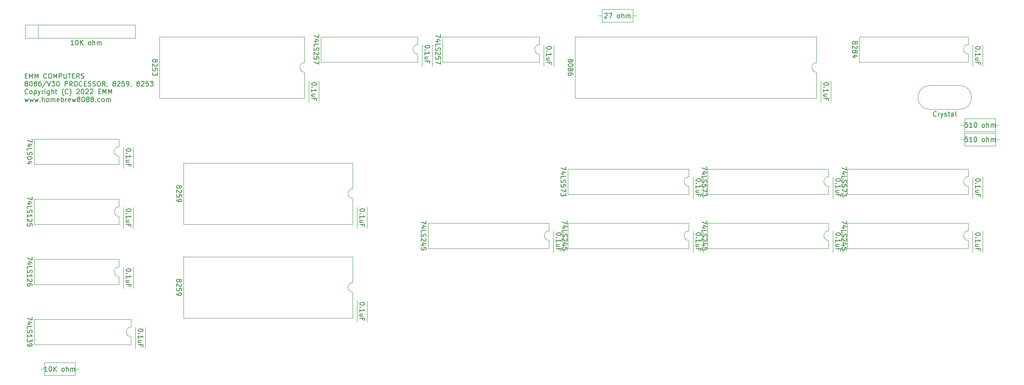
<source format=gbr>
G04 #@! TF.GenerationSoftware,KiCad,Pcbnew,(5.1.8)-1*
G04 #@! TF.CreationDate,2021-12-28T18:56:34-07:00*
G04 #@! TF.ProjectId,8086,38303836-2e6b-4696-9361-645f70636258,rev?*
G04 #@! TF.SameCoordinates,Original*
G04 #@! TF.FileFunction,Legend,Top*
G04 #@! TF.FilePolarity,Positive*
%FSLAX46Y46*%
G04 Gerber Fmt 4.6, Leading zero omitted, Abs format (unit mm)*
G04 Created by KiCad (PCBNEW (5.1.8)-1) date 2021-12-28 18:56:34*
%MOMM*%
%LPD*%
G01*
G04 APERTURE LIST*
%ADD10C,0.150000*%
%ADD11C,0.120000*%
G04 APERTURE END LIST*
D10*
X32839975Y-46450171D02*
X33173308Y-46450171D01*
X33316165Y-46973980D02*
X32839975Y-46973980D01*
X32839975Y-45973980D01*
X33316165Y-45973980D01*
X33744737Y-46973980D02*
X33744737Y-45973980D01*
X34078070Y-46688266D01*
X34411403Y-45973980D01*
X34411403Y-46973980D01*
X34887594Y-46973980D02*
X34887594Y-45973980D01*
X35220927Y-46688266D01*
X35554260Y-45973980D01*
X35554260Y-46973980D01*
X37363784Y-46878742D02*
X37316165Y-46926361D01*
X37173308Y-46973980D01*
X37078070Y-46973980D01*
X36935213Y-46926361D01*
X36839975Y-46831123D01*
X36792356Y-46735885D01*
X36744737Y-46545409D01*
X36744737Y-46402552D01*
X36792356Y-46212076D01*
X36839975Y-46116838D01*
X36935213Y-46021600D01*
X37078070Y-45973980D01*
X37173308Y-45973980D01*
X37316165Y-46021600D01*
X37363784Y-46069219D01*
X37982832Y-45973980D02*
X38173308Y-45973980D01*
X38268546Y-46021600D01*
X38363784Y-46116838D01*
X38411403Y-46307314D01*
X38411403Y-46640647D01*
X38363784Y-46831123D01*
X38268546Y-46926361D01*
X38173308Y-46973980D01*
X37982832Y-46973980D01*
X37887594Y-46926361D01*
X37792356Y-46831123D01*
X37744737Y-46640647D01*
X37744737Y-46307314D01*
X37792356Y-46116838D01*
X37887594Y-46021600D01*
X37982832Y-45973980D01*
X38839975Y-46973980D02*
X38839975Y-45973980D01*
X39173308Y-46688266D01*
X39506641Y-45973980D01*
X39506641Y-46973980D01*
X39982832Y-46973980D02*
X39982832Y-45973980D01*
X40363784Y-45973980D01*
X40459022Y-46021600D01*
X40506641Y-46069219D01*
X40554260Y-46164457D01*
X40554260Y-46307314D01*
X40506641Y-46402552D01*
X40459022Y-46450171D01*
X40363784Y-46497790D01*
X39982832Y-46497790D01*
X40982832Y-45973980D02*
X40982832Y-46783504D01*
X41030451Y-46878742D01*
X41078070Y-46926361D01*
X41173308Y-46973980D01*
X41363784Y-46973980D01*
X41459022Y-46926361D01*
X41506641Y-46878742D01*
X41554260Y-46783504D01*
X41554260Y-45973980D01*
X41887594Y-45973980D02*
X42459022Y-45973980D01*
X42173308Y-46973980D02*
X42173308Y-45973980D01*
X42792356Y-46450171D02*
X43125689Y-46450171D01*
X43268546Y-46973980D02*
X42792356Y-46973980D01*
X42792356Y-45973980D01*
X43268546Y-45973980D01*
X44268546Y-46973980D02*
X43935213Y-46497790D01*
X43697118Y-46973980D02*
X43697118Y-45973980D01*
X44078070Y-45973980D01*
X44173308Y-46021600D01*
X44220927Y-46069219D01*
X44268546Y-46164457D01*
X44268546Y-46307314D01*
X44220927Y-46402552D01*
X44173308Y-46450171D01*
X44078070Y-46497790D01*
X43697118Y-46497790D01*
X44649499Y-46926361D02*
X44792356Y-46973980D01*
X45030451Y-46973980D01*
X45125689Y-46926361D01*
X45173308Y-46878742D01*
X45220927Y-46783504D01*
X45220927Y-46688266D01*
X45173308Y-46593028D01*
X45125689Y-46545409D01*
X45030451Y-46497790D01*
X44839975Y-46450171D01*
X44744737Y-46402552D01*
X44697118Y-46354933D01*
X44649499Y-46259695D01*
X44649499Y-46164457D01*
X44697118Y-46069219D01*
X44744737Y-46021600D01*
X44839975Y-45973980D01*
X45078070Y-45973980D01*
X45220927Y-46021600D01*
X32982832Y-48052552D02*
X32887594Y-48004933D01*
X32839975Y-47957314D01*
X32792356Y-47862076D01*
X32792356Y-47814457D01*
X32839975Y-47719219D01*
X32887594Y-47671600D01*
X32982832Y-47623980D01*
X33173308Y-47623980D01*
X33268546Y-47671600D01*
X33316165Y-47719219D01*
X33363784Y-47814457D01*
X33363784Y-47862076D01*
X33316165Y-47957314D01*
X33268546Y-48004933D01*
X33173308Y-48052552D01*
X32982832Y-48052552D01*
X32887594Y-48100171D01*
X32839975Y-48147790D01*
X32792356Y-48243028D01*
X32792356Y-48433504D01*
X32839975Y-48528742D01*
X32887594Y-48576361D01*
X32982832Y-48623980D01*
X33173308Y-48623980D01*
X33268546Y-48576361D01*
X33316165Y-48528742D01*
X33363784Y-48433504D01*
X33363784Y-48243028D01*
X33316165Y-48147790D01*
X33268546Y-48100171D01*
X33173308Y-48052552D01*
X33982832Y-47623980D02*
X34078070Y-47623980D01*
X34173308Y-47671600D01*
X34220927Y-47719219D01*
X34268546Y-47814457D01*
X34316165Y-48004933D01*
X34316165Y-48243028D01*
X34268546Y-48433504D01*
X34220927Y-48528742D01*
X34173308Y-48576361D01*
X34078070Y-48623980D01*
X33982832Y-48623980D01*
X33887594Y-48576361D01*
X33839975Y-48528742D01*
X33792356Y-48433504D01*
X33744737Y-48243028D01*
X33744737Y-48004933D01*
X33792356Y-47814457D01*
X33839975Y-47719219D01*
X33887594Y-47671600D01*
X33982832Y-47623980D01*
X34887594Y-48052552D02*
X34792356Y-48004933D01*
X34744737Y-47957314D01*
X34697118Y-47862076D01*
X34697118Y-47814457D01*
X34744737Y-47719219D01*
X34792356Y-47671600D01*
X34887594Y-47623980D01*
X35078070Y-47623980D01*
X35173308Y-47671600D01*
X35220927Y-47719219D01*
X35268546Y-47814457D01*
X35268546Y-47862076D01*
X35220927Y-47957314D01*
X35173308Y-48004933D01*
X35078070Y-48052552D01*
X34887594Y-48052552D01*
X34792356Y-48100171D01*
X34744737Y-48147790D01*
X34697118Y-48243028D01*
X34697118Y-48433504D01*
X34744737Y-48528742D01*
X34792356Y-48576361D01*
X34887594Y-48623980D01*
X35078070Y-48623980D01*
X35173308Y-48576361D01*
X35220927Y-48528742D01*
X35268546Y-48433504D01*
X35268546Y-48243028D01*
X35220927Y-48147790D01*
X35173308Y-48100171D01*
X35078070Y-48052552D01*
X36125689Y-47623980D02*
X35935213Y-47623980D01*
X35839975Y-47671600D01*
X35792356Y-47719219D01*
X35697118Y-47862076D01*
X35649499Y-48052552D01*
X35649499Y-48433504D01*
X35697118Y-48528742D01*
X35744737Y-48576361D01*
X35839975Y-48623980D01*
X36030451Y-48623980D01*
X36125689Y-48576361D01*
X36173308Y-48528742D01*
X36220927Y-48433504D01*
X36220927Y-48195409D01*
X36173308Y-48100171D01*
X36125689Y-48052552D01*
X36030451Y-48004933D01*
X35839975Y-48004933D01*
X35744737Y-48052552D01*
X35697118Y-48100171D01*
X35649499Y-48195409D01*
X37363784Y-47576361D02*
X36506641Y-48862076D01*
X37554260Y-47623980D02*
X37887594Y-48623980D01*
X38220927Y-47623980D01*
X38459022Y-47623980D02*
X39078070Y-47623980D01*
X38744737Y-48004933D01*
X38887594Y-48004933D01*
X38982832Y-48052552D01*
X39030451Y-48100171D01*
X39078070Y-48195409D01*
X39078070Y-48433504D01*
X39030451Y-48528742D01*
X38982832Y-48576361D01*
X38887594Y-48623980D01*
X38601880Y-48623980D01*
X38506641Y-48576361D01*
X38459022Y-48528742D01*
X39697118Y-47623980D02*
X39792356Y-47623980D01*
X39887594Y-47671600D01*
X39935213Y-47719219D01*
X39982832Y-47814457D01*
X40030451Y-48004933D01*
X40030451Y-48243028D01*
X39982832Y-48433504D01*
X39935213Y-48528742D01*
X39887594Y-48576361D01*
X39792356Y-48623980D01*
X39697118Y-48623980D01*
X39601880Y-48576361D01*
X39554260Y-48528742D01*
X39506641Y-48433504D01*
X39459022Y-48243028D01*
X39459022Y-48004933D01*
X39506641Y-47814457D01*
X39554260Y-47719219D01*
X39601880Y-47671600D01*
X39697118Y-47623980D01*
X41220927Y-48623980D02*
X41220927Y-47623980D01*
X41601880Y-47623980D01*
X41697118Y-47671600D01*
X41744737Y-47719219D01*
X41792356Y-47814457D01*
X41792356Y-47957314D01*
X41744737Y-48052552D01*
X41697118Y-48100171D01*
X41601880Y-48147790D01*
X41220927Y-48147790D01*
X42792356Y-48623980D02*
X42459022Y-48147790D01*
X42220927Y-48623980D02*
X42220927Y-47623980D01*
X42601880Y-47623980D01*
X42697118Y-47671600D01*
X42744737Y-47719219D01*
X42792356Y-47814457D01*
X42792356Y-47957314D01*
X42744737Y-48052552D01*
X42697118Y-48100171D01*
X42601880Y-48147790D01*
X42220927Y-48147790D01*
X43411403Y-47623980D02*
X43601880Y-47623980D01*
X43697118Y-47671600D01*
X43792356Y-47766838D01*
X43839975Y-47957314D01*
X43839975Y-48290647D01*
X43792356Y-48481123D01*
X43697118Y-48576361D01*
X43601880Y-48623980D01*
X43411403Y-48623980D01*
X43316165Y-48576361D01*
X43220927Y-48481123D01*
X43173308Y-48290647D01*
X43173308Y-47957314D01*
X43220927Y-47766838D01*
X43316165Y-47671600D01*
X43411403Y-47623980D01*
X44839975Y-48528742D02*
X44792356Y-48576361D01*
X44649499Y-48623980D01*
X44554260Y-48623980D01*
X44411403Y-48576361D01*
X44316165Y-48481123D01*
X44268546Y-48385885D01*
X44220927Y-48195409D01*
X44220927Y-48052552D01*
X44268546Y-47862076D01*
X44316165Y-47766838D01*
X44411403Y-47671600D01*
X44554260Y-47623980D01*
X44649499Y-47623980D01*
X44792356Y-47671600D01*
X44839975Y-47719219D01*
X45268546Y-48100171D02*
X45601880Y-48100171D01*
X45744737Y-48623980D02*
X45268546Y-48623980D01*
X45268546Y-47623980D01*
X45744737Y-47623980D01*
X46125689Y-48576361D02*
X46268546Y-48623980D01*
X46506641Y-48623980D01*
X46601880Y-48576361D01*
X46649499Y-48528742D01*
X46697118Y-48433504D01*
X46697118Y-48338266D01*
X46649499Y-48243028D01*
X46601880Y-48195409D01*
X46506641Y-48147790D01*
X46316165Y-48100171D01*
X46220927Y-48052552D01*
X46173308Y-48004933D01*
X46125689Y-47909695D01*
X46125689Y-47814457D01*
X46173308Y-47719219D01*
X46220927Y-47671600D01*
X46316165Y-47623980D01*
X46554260Y-47623980D01*
X46697118Y-47671600D01*
X47078070Y-48576361D02*
X47220927Y-48623980D01*
X47459022Y-48623980D01*
X47554260Y-48576361D01*
X47601880Y-48528742D01*
X47649499Y-48433504D01*
X47649499Y-48338266D01*
X47601880Y-48243028D01*
X47554260Y-48195409D01*
X47459022Y-48147790D01*
X47268546Y-48100171D01*
X47173308Y-48052552D01*
X47125689Y-48004933D01*
X47078070Y-47909695D01*
X47078070Y-47814457D01*
X47125689Y-47719219D01*
X47173308Y-47671600D01*
X47268546Y-47623980D01*
X47506641Y-47623980D01*
X47649499Y-47671600D01*
X48268546Y-47623980D02*
X48459022Y-47623980D01*
X48554260Y-47671600D01*
X48649499Y-47766838D01*
X48697118Y-47957314D01*
X48697118Y-48290647D01*
X48649499Y-48481123D01*
X48554260Y-48576361D01*
X48459022Y-48623980D01*
X48268546Y-48623980D01*
X48173308Y-48576361D01*
X48078070Y-48481123D01*
X48030451Y-48290647D01*
X48030451Y-47957314D01*
X48078070Y-47766838D01*
X48173308Y-47671600D01*
X48268546Y-47623980D01*
X49697118Y-48623980D02*
X49363784Y-48147790D01*
X49125689Y-48623980D02*
X49125689Y-47623980D01*
X49506641Y-47623980D01*
X49601880Y-47671600D01*
X49649499Y-47719219D01*
X49697118Y-47814457D01*
X49697118Y-47957314D01*
X49649499Y-48052552D01*
X49601880Y-48100171D01*
X49506641Y-48147790D01*
X49125689Y-48147790D01*
X50173308Y-48576361D02*
X50173308Y-48623980D01*
X50125689Y-48719219D01*
X50078070Y-48766838D01*
X51506641Y-48052552D02*
X51411403Y-48004933D01*
X51363784Y-47957314D01*
X51316165Y-47862076D01*
X51316165Y-47814457D01*
X51363784Y-47719219D01*
X51411403Y-47671600D01*
X51506641Y-47623980D01*
X51697118Y-47623980D01*
X51792356Y-47671600D01*
X51839975Y-47719219D01*
X51887594Y-47814457D01*
X51887594Y-47862076D01*
X51839975Y-47957314D01*
X51792356Y-48004933D01*
X51697118Y-48052552D01*
X51506641Y-48052552D01*
X51411403Y-48100171D01*
X51363784Y-48147790D01*
X51316165Y-48243028D01*
X51316165Y-48433504D01*
X51363784Y-48528742D01*
X51411403Y-48576361D01*
X51506641Y-48623980D01*
X51697118Y-48623980D01*
X51792356Y-48576361D01*
X51839975Y-48528742D01*
X51887594Y-48433504D01*
X51887594Y-48243028D01*
X51839975Y-48147790D01*
X51792356Y-48100171D01*
X51697118Y-48052552D01*
X52268546Y-47719219D02*
X52316165Y-47671600D01*
X52411403Y-47623980D01*
X52649499Y-47623980D01*
X52744737Y-47671600D01*
X52792356Y-47719219D01*
X52839975Y-47814457D01*
X52839975Y-47909695D01*
X52792356Y-48052552D01*
X52220927Y-48623980D01*
X52839975Y-48623980D01*
X53744737Y-47623980D02*
X53268546Y-47623980D01*
X53220927Y-48100171D01*
X53268546Y-48052552D01*
X53363784Y-48004933D01*
X53601879Y-48004933D01*
X53697118Y-48052552D01*
X53744737Y-48100171D01*
X53792356Y-48195409D01*
X53792356Y-48433504D01*
X53744737Y-48528742D01*
X53697118Y-48576361D01*
X53601879Y-48623980D01*
X53363784Y-48623980D01*
X53268546Y-48576361D01*
X53220927Y-48528742D01*
X54268546Y-48623980D02*
X54459022Y-48623980D01*
X54554260Y-48576361D01*
X54601879Y-48528742D01*
X54697118Y-48385885D01*
X54744737Y-48195409D01*
X54744737Y-47814457D01*
X54697118Y-47719219D01*
X54649499Y-47671600D01*
X54554260Y-47623980D01*
X54363784Y-47623980D01*
X54268546Y-47671600D01*
X54220927Y-47719219D01*
X54173308Y-47814457D01*
X54173308Y-48052552D01*
X54220927Y-48147790D01*
X54268546Y-48195409D01*
X54363784Y-48243028D01*
X54554260Y-48243028D01*
X54649499Y-48195409D01*
X54697118Y-48147790D01*
X54744737Y-48052552D01*
X55220927Y-48576361D02*
X55220927Y-48623980D01*
X55173308Y-48719219D01*
X55125689Y-48766838D01*
X56554260Y-48052552D02*
X56459022Y-48004933D01*
X56411403Y-47957314D01*
X56363784Y-47862076D01*
X56363784Y-47814457D01*
X56411403Y-47719219D01*
X56459022Y-47671600D01*
X56554260Y-47623980D01*
X56744737Y-47623980D01*
X56839975Y-47671600D01*
X56887594Y-47719219D01*
X56935213Y-47814457D01*
X56935213Y-47862076D01*
X56887594Y-47957314D01*
X56839975Y-48004933D01*
X56744737Y-48052552D01*
X56554260Y-48052552D01*
X56459022Y-48100171D01*
X56411403Y-48147790D01*
X56363784Y-48243028D01*
X56363784Y-48433504D01*
X56411403Y-48528742D01*
X56459022Y-48576361D01*
X56554260Y-48623980D01*
X56744737Y-48623980D01*
X56839975Y-48576361D01*
X56887594Y-48528742D01*
X56935213Y-48433504D01*
X56935213Y-48243028D01*
X56887594Y-48147790D01*
X56839975Y-48100171D01*
X56744737Y-48052552D01*
X57316165Y-47719219D02*
X57363784Y-47671600D01*
X57459022Y-47623980D01*
X57697118Y-47623980D01*
X57792356Y-47671600D01*
X57839975Y-47719219D01*
X57887594Y-47814457D01*
X57887594Y-47909695D01*
X57839975Y-48052552D01*
X57268546Y-48623980D01*
X57887594Y-48623980D01*
X58792356Y-47623980D02*
X58316165Y-47623980D01*
X58268546Y-48100171D01*
X58316165Y-48052552D01*
X58411403Y-48004933D01*
X58649499Y-48004933D01*
X58744737Y-48052552D01*
X58792356Y-48100171D01*
X58839975Y-48195409D01*
X58839975Y-48433504D01*
X58792356Y-48528742D01*
X58744737Y-48576361D01*
X58649499Y-48623980D01*
X58411403Y-48623980D01*
X58316165Y-48576361D01*
X58268546Y-48528742D01*
X59173308Y-47623980D02*
X59792356Y-47623980D01*
X59459022Y-48004933D01*
X59601879Y-48004933D01*
X59697118Y-48052552D01*
X59744737Y-48100171D01*
X59792356Y-48195409D01*
X59792356Y-48433504D01*
X59744737Y-48528742D01*
X59697118Y-48576361D01*
X59601879Y-48623980D01*
X59316165Y-48623980D01*
X59220927Y-48576361D01*
X59173308Y-48528742D01*
X33411403Y-50178742D02*
X33363784Y-50226361D01*
X33220927Y-50273980D01*
X33125689Y-50273980D01*
X32982832Y-50226361D01*
X32887594Y-50131123D01*
X32839975Y-50035885D01*
X32792356Y-49845409D01*
X32792356Y-49702552D01*
X32839975Y-49512076D01*
X32887594Y-49416838D01*
X32982832Y-49321600D01*
X33125689Y-49273980D01*
X33220927Y-49273980D01*
X33363784Y-49321600D01*
X33411403Y-49369219D01*
X33982832Y-50273980D02*
X33887594Y-50226361D01*
X33839975Y-50178742D01*
X33792356Y-50083504D01*
X33792356Y-49797790D01*
X33839975Y-49702552D01*
X33887594Y-49654933D01*
X33982832Y-49607314D01*
X34125689Y-49607314D01*
X34220927Y-49654933D01*
X34268546Y-49702552D01*
X34316165Y-49797790D01*
X34316165Y-50083504D01*
X34268546Y-50178742D01*
X34220927Y-50226361D01*
X34125689Y-50273980D01*
X33982832Y-50273980D01*
X34744737Y-49607314D02*
X34744737Y-50607314D01*
X34744737Y-49654933D02*
X34839975Y-49607314D01*
X35030451Y-49607314D01*
X35125689Y-49654933D01*
X35173308Y-49702552D01*
X35220927Y-49797790D01*
X35220927Y-50083504D01*
X35173308Y-50178742D01*
X35125689Y-50226361D01*
X35030451Y-50273980D01*
X34839975Y-50273980D01*
X34744737Y-50226361D01*
X35554260Y-49607314D02*
X35792356Y-50273980D01*
X36030451Y-49607314D02*
X35792356Y-50273980D01*
X35697118Y-50512076D01*
X35649499Y-50559695D01*
X35554260Y-50607314D01*
X36411403Y-50273980D02*
X36411403Y-49607314D01*
X36411403Y-49797790D02*
X36459022Y-49702552D01*
X36506641Y-49654933D01*
X36601880Y-49607314D01*
X36697118Y-49607314D01*
X37030451Y-50273980D02*
X37030451Y-49607314D01*
X37030451Y-49273980D02*
X36982832Y-49321600D01*
X37030451Y-49369219D01*
X37078070Y-49321600D01*
X37030451Y-49273980D01*
X37030451Y-49369219D01*
X37935213Y-49607314D02*
X37935213Y-50416838D01*
X37887594Y-50512076D01*
X37839975Y-50559695D01*
X37744737Y-50607314D01*
X37601880Y-50607314D01*
X37506641Y-50559695D01*
X37935213Y-50226361D02*
X37839975Y-50273980D01*
X37649499Y-50273980D01*
X37554260Y-50226361D01*
X37506641Y-50178742D01*
X37459022Y-50083504D01*
X37459022Y-49797790D01*
X37506641Y-49702552D01*
X37554260Y-49654933D01*
X37649499Y-49607314D01*
X37839975Y-49607314D01*
X37935213Y-49654933D01*
X38411403Y-50273980D02*
X38411403Y-49273980D01*
X38839975Y-50273980D02*
X38839975Y-49750171D01*
X38792356Y-49654933D01*
X38697118Y-49607314D01*
X38554260Y-49607314D01*
X38459022Y-49654933D01*
X38411403Y-49702552D01*
X39173308Y-49607314D02*
X39554260Y-49607314D01*
X39316165Y-49273980D02*
X39316165Y-50131123D01*
X39363784Y-50226361D01*
X39459022Y-50273980D01*
X39554260Y-50273980D01*
X40935213Y-50654933D02*
X40887594Y-50607314D01*
X40792356Y-50464457D01*
X40744737Y-50369219D01*
X40697118Y-50226361D01*
X40649499Y-49988266D01*
X40649499Y-49797790D01*
X40697118Y-49559695D01*
X40744737Y-49416838D01*
X40792356Y-49321600D01*
X40887594Y-49178742D01*
X40935213Y-49131123D01*
X41887594Y-50178742D02*
X41839975Y-50226361D01*
X41697118Y-50273980D01*
X41601880Y-50273980D01*
X41459022Y-50226361D01*
X41363784Y-50131123D01*
X41316165Y-50035885D01*
X41268546Y-49845409D01*
X41268546Y-49702552D01*
X41316165Y-49512076D01*
X41363784Y-49416838D01*
X41459022Y-49321600D01*
X41601880Y-49273980D01*
X41697118Y-49273980D01*
X41839975Y-49321600D01*
X41887594Y-49369219D01*
X42220927Y-50654933D02*
X42268546Y-50607314D01*
X42363784Y-50464457D01*
X42411403Y-50369219D01*
X42459022Y-50226361D01*
X42506641Y-49988266D01*
X42506641Y-49797790D01*
X42459022Y-49559695D01*
X42411403Y-49416838D01*
X42363784Y-49321600D01*
X42268546Y-49178742D01*
X42220927Y-49131123D01*
X43697118Y-49369219D02*
X43744737Y-49321600D01*
X43839975Y-49273980D01*
X44078070Y-49273980D01*
X44173308Y-49321600D01*
X44220927Y-49369219D01*
X44268546Y-49464457D01*
X44268546Y-49559695D01*
X44220927Y-49702552D01*
X43649499Y-50273980D01*
X44268546Y-50273980D01*
X44887594Y-49273980D02*
X44982832Y-49273980D01*
X45078070Y-49321600D01*
X45125689Y-49369219D01*
X45173308Y-49464457D01*
X45220927Y-49654933D01*
X45220927Y-49893028D01*
X45173308Y-50083504D01*
X45125689Y-50178742D01*
X45078070Y-50226361D01*
X44982832Y-50273980D01*
X44887594Y-50273980D01*
X44792356Y-50226361D01*
X44744737Y-50178742D01*
X44697118Y-50083504D01*
X44649499Y-49893028D01*
X44649499Y-49654933D01*
X44697118Y-49464457D01*
X44744737Y-49369219D01*
X44792356Y-49321600D01*
X44887594Y-49273980D01*
X45601880Y-49369219D02*
X45649499Y-49321600D01*
X45744737Y-49273980D01*
X45982832Y-49273980D01*
X46078070Y-49321600D01*
X46125689Y-49369219D01*
X46173308Y-49464457D01*
X46173308Y-49559695D01*
X46125689Y-49702552D01*
X45554260Y-50273980D01*
X46173308Y-50273980D01*
X46554260Y-49369219D02*
X46601880Y-49321600D01*
X46697118Y-49273980D01*
X46935213Y-49273980D01*
X47030451Y-49321600D01*
X47078070Y-49369219D01*
X47125689Y-49464457D01*
X47125689Y-49559695D01*
X47078070Y-49702552D01*
X46506641Y-50273980D01*
X47125689Y-50273980D01*
X48316165Y-49750171D02*
X48649499Y-49750171D01*
X48792356Y-50273980D02*
X48316165Y-50273980D01*
X48316165Y-49273980D01*
X48792356Y-49273980D01*
X49220927Y-50273980D02*
X49220927Y-49273980D01*
X49554260Y-49988266D01*
X49887594Y-49273980D01*
X49887594Y-50273980D01*
X50363784Y-50273980D02*
X50363784Y-49273980D01*
X50697118Y-49988266D01*
X51030451Y-49273980D01*
X51030451Y-50273980D01*
X32744737Y-51257314D02*
X32935213Y-51923980D01*
X33125689Y-51447790D01*
X33316165Y-51923980D01*
X33506641Y-51257314D01*
X33792356Y-51257314D02*
X33982832Y-51923980D01*
X34173308Y-51447790D01*
X34363784Y-51923980D01*
X34554260Y-51257314D01*
X34839975Y-51257314D02*
X35030451Y-51923980D01*
X35220927Y-51447790D01*
X35411403Y-51923980D01*
X35601880Y-51257314D01*
X35982832Y-51828742D02*
X36030451Y-51876361D01*
X35982832Y-51923980D01*
X35935213Y-51876361D01*
X35982832Y-51828742D01*
X35982832Y-51923980D01*
X36459022Y-51923980D02*
X36459022Y-50923980D01*
X36887594Y-51923980D02*
X36887594Y-51400171D01*
X36839975Y-51304933D01*
X36744737Y-51257314D01*
X36601880Y-51257314D01*
X36506641Y-51304933D01*
X36459022Y-51352552D01*
X37506641Y-51923980D02*
X37411403Y-51876361D01*
X37363784Y-51828742D01*
X37316165Y-51733504D01*
X37316165Y-51447790D01*
X37363784Y-51352552D01*
X37411403Y-51304933D01*
X37506641Y-51257314D01*
X37649499Y-51257314D01*
X37744737Y-51304933D01*
X37792356Y-51352552D01*
X37839975Y-51447790D01*
X37839975Y-51733504D01*
X37792356Y-51828742D01*
X37744737Y-51876361D01*
X37649499Y-51923980D01*
X37506641Y-51923980D01*
X38268546Y-51923980D02*
X38268546Y-51257314D01*
X38268546Y-51352552D02*
X38316165Y-51304933D01*
X38411403Y-51257314D01*
X38554260Y-51257314D01*
X38649499Y-51304933D01*
X38697118Y-51400171D01*
X38697118Y-51923980D01*
X38697118Y-51400171D02*
X38744737Y-51304933D01*
X38839975Y-51257314D01*
X38982832Y-51257314D01*
X39078070Y-51304933D01*
X39125689Y-51400171D01*
X39125689Y-51923980D01*
X39982832Y-51876361D02*
X39887594Y-51923980D01*
X39697118Y-51923980D01*
X39601880Y-51876361D01*
X39554260Y-51781123D01*
X39554260Y-51400171D01*
X39601880Y-51304933D01*
X39697118Y-51257314D01*
X39887594Y-51257314D01*
X39982832Y-51304933D01*
X40030451Y-51400171D01*
X40030451Y-51495409D01*
X39554260Y-51590647D01*
X40459022Y-51923980D02*
X40459022Y-50923980D01*
X40459022Y-51304933D02*
X40554260Y-51257314D01*
X40744737Y-51257314D01*
X40839975Y-51304933D01*
X40887594Y-51352552D01*
X40935213Y-51447790D01*
X40935213Y-51733504D01*
X40887594Y-51828742D01*
X40839975Y-51876361D01*
X40744737Y-51923980D01*
X40554260Y-51923980D01*
X40459022Y-51876361D01*
X41363784Y-51923980D02*
X41363784Y-51257314D01*
X41363784Y-51447790D02*
X41411403Y-51352552D01*
X41459022Y-51304933D01*
X41554260Y-51257314D01*
X41649499Y-51257314D01*
X42363784Y-51876361D02*
X42268546Y-51923980D01*
X42078070Y-51923980D01*
X41982832Y-51876361D01*
X41935213Y-51781123D01*
X41935213Y-51400171D01*
X41982832Y-51304933D01*
X42078070Y-51257314D01*
X42268546Y-51257314D01*
X42363784Y-51304933D01*
X42411403Y-51400171D01*
X42411403Y-51495409D01*
X41935213Y-51590647D01*
X42744737Y-51257314D02*
X42935213Y-51923980D01*
X43125689Y-51447790D01*
X43316165Y-51923980D01*
X43506641Y-51257314D01*
X44030451Y-51352552D02*
X43935213Y-51304933D01*
X43887594Y-51257314D01*
X43839975Y-51162076D01*
X43839975Y-51114457D01*
X43887594Y-51019219D01*
X43935213Y-50971600D01*
X44030451Y-50923980D01*
X44220927Y-50923980D01*
X44316165Y-50971600D01*
X44363784Y-51019219D01*
X44411403Y-51114457D01*
X44411403Y-51162076D01*
X44363784Y-51257314D01*
X44316165Y-51304933D01*
X44220927Y-51352552D01*
X44030451Y-51352552D01*
X43935213Y-51400171D01*
X43887594Y-51447790D01*
X43839975Y-51543028D01*
X43839975Y-51733504D01*
X43887594Y-51828742D01*
X43935213Y-51876361D01*
X44030451Y-51923980D01*
X44220927Y-51923980D01*
X44316165Y-51876361D01*
X44363784Y-51828742D01*
X44411403Y-51733504D01*
X44411403Y-51543028D01*
X44363784Y-51447790D01*
X44316165Y-51400171D01*
X44220927Y-51352552D01*
X45030451Y-50923980D02*
X45125689Y-50923980D01*
X45220927Y-50971600D01*
X45268546Y-51019219D01*
X45316165Y-51114457D01*
X45363784Y-51304933D01*
X45363784Y-51543028D01*
X45316165Y-51733504D01*
X45268546Y-51828742D01*
X45220927Y-51876361D01*
X45125689Y-51923980D01*
X45030451Y-51923980D01*
X44935213Y-51876361D01*
X44887594Y-51828742D01*
X44839975Y-51733504D01*
X44792356Y-51543028D01*
X44792356Y-51304933D01*
X44839975Y-51114457D01*
X44887594Y-51019219D01*
X44935213Y-50971600D01*
X45030451Y-50923980D01*
X45935213Y-51352552D02*
X45839975Y-51304933D01*
X45792356Y-51257314D01*
X45744737Y-51162076D01*
X45744737Y-51114457D01*
X45792356Y-51019219D01*
X45839975Y-50971600D01*
X45935213Y-50923980D01*
X46125689Y-50923980D01*
X46220927Y-50971600D01*
X46268546Y-51019219D01*
X46316165Y-51114457D01*
X46316165Y-51162076D01*
X46268546Y-51257314D01*
X46220927Y-51304933D01*
X46125689Y-51352552D01*
X45935213Y-51352552D01*
X45839975Y-51400171D01*
X45792356Y-51447790D01*
X45744737Y-51543028D01*
X45744737Y-51733504D01*
X45792356Y-51828742D01*
X45839975Y-51876361D01*
X45935213Y-51923980D01*
X46125689Y-51923980D01*
X46220927Y-51876361D01*
X46268546Y-51828742D01*
X46316165Y-51733504D01*
X46316165Y-51543028D01*
X46268546Y-51447790D01*
X46220927Y-51400171D01*
X46125689Y-51352552D01*
X46887594Y-51352552D02*
X46792356Y-51304933D01*
X46744737Y-51257314D01*
X46697118Y-51162076D01*
X46697118Y-51114457D01*
X46744737Y-51019219D01*
X46792356Y-50971600D01*
X46887594Y-50923980D01*
X47078070Y-50923980D01*
X47173308Y-50971600D01*
X47220927Y-51019219D01*
X47268546Y-51114457D01*
X47268546Y-51162076D01*
X47220927Y-51257314D01*
X47173308Y-51304933D01*
X47078070Y-51352552D01*
X46887594Y-51352552D01*
X46792356Y-51400171D01*
X46744737Y-51447790D01*
X46697118Y-51543028D01*
X46697118Y-51733504D01*
X46744737Y-51828742D01*
X46792356Y-51876361D01*
X46887594Y-51923980D01*
X47078070Y-51923980D01*
X47173308Y-51876361D01*
X47220927Y-51828742D01*
X47268546Y-51733504D01*
X47268546Y-51543028D01*
X47220927Y-51447790D01*
X47173308Y-51400171D01*
X47078070Y-51352552D01*
X47697118Y-51828742D02*
X47744737Y-51876361D01*
X47697118Y-51923980D01*
X47649499Y-51876361D01*
X47697118Y-51828742D01*
X47697118Y-51923980D01*
X48601879Y-51876361D02*
X48506641Y-51923980D01*
X48316165Y-51923980D01*
X48220927Y-51876361D01*
X48173308Y-51828742D01*
X48125689Y-51733504D01*
X48125689Y-51447790D01*
X48173308Y-51352552D01*
X48220927Y-51304933D01*
X48316165Y-51257314D01*
X48506641Y-51257314D01*
X48601879Y-51304933D01*
X49173308Y-51923980D02*
X49078070Y-51876361D01*
X49030451Y-51828742D01*
X48982832Y-51733504D01*
X48982832Y-51447790D01*
X49030451Y-51352552D01*
X49078070Y-51304933D01*
X49173308Y-51257314D01*
X49316165Y-51257314D01*
X49411403Y-51304933D01*
X49459022Y-51352552D01*
X49506641Y-51447790D01*
X49506641Y-51733504D01*
X49459022Y-51828742D01*
X49411403Y-51876361D01*
X49316165Y-51923980D01*
X49173308Y-51923980D01*
X49935213Y-51923980D02*
X49935213Y-51257314D01*
X49935213Y-51352552D02*
X49982832Y-51304933D01*
X50078070Y-51257314D01*
X50220927Y-51257314D01*
X50316165Y-51304933D01*
X50363784Y-51400171D01*
X50363784Y-51923980D01*
X50363784Y-51400171D02*
X50411403Y-51304933D01*
X50506641Y-51257314D01*
X50649499Y-51257314D01*
X50744737Y-51304933D01*
X50792356Y-51400171D01*
X50792356Y-51923980D01*
D11*
G04 #@! TO.C,RN1*
X35552380Y-35658600D02*
X35552380Y-38458600D01*
X56042380Y-35658600D02*
X32842380Y-35658600D01*
X56042380Y-38458600D02*
X56042380Y-35658600D01*
X32842380Y-38458600D02*
X56042380Y-38458600D01*
X32842380Y-35658600D02*
X32842380Y-38458600D01*
G04 #@! TO.C,U18*
X101906380Y-70348600D02*
X101906380Y-64888600D01*
X101906380Y-64888600D02*
X66226380Y-64888600D01*
X66226380Y-64888600D02*
X66226380Y-77808600D01*
X66226380Y-77808600D02*
X101906380Y-77808600D01*
X101906380Y-77808600D02*
X101906380Y-72348600D01*
X101906380Y-72348600D02*
G75*
G02*
X101906380Y-70348600I0J1000000D01*
G01*
G04 #@! TO.C,R10*
X36854380Y-107062600D02*
X36854380Y-109802600D01*
X36854380Y-109802600D02*
X43394380Y-109802600D01*
X43394380Y-109802600D02*
X43394380Y-107062600D01*
X43394380Y-107062600D02*
X36854380Y-107062600D01*
X36084380Y-108432600D02*
X36854380Y-108432600D01*
X44164380Y-108432600D02*
X43394380Y-108432600D01*
G04 #@! TO.C,C18*
X104948380Y-74198600D02*
X104948380Y-78738600D01*
X102808380Y-74198600D02*
X102808380Y-78738600D01*
X104948380Y-74198600D02*
X104933380Y-74198600D01*
X102823380Y-74198600D02*
X102808380Y-74198600D01*
X104948380Y-78738600D02*
X104933380Y-78738600D01*
X102823380Y-78738600D02*
X102808380Y-78738600D01*
G04 #@! TO.C,R4*
X237450380Y-58240600D02*
X237450380Y-55500600D01*
X237450380Y-55500600D02*
X230910380Y-55500600D01*
X230910380Y-55500600D02*
X230910380Y-58240600D01*
X230910380Y-58240600D02*
X237450380Y-58240600D01*
X238220380Y-56870600D02*
X237450380Y-56870600D01*
X230140380Y-56870600D02*
X230910380Y-56870600D01*
G04 #@! TO.C,R3*
X237450380Y-61288600D02*
X237450380Y-58548600D01*
X237450380Y-58548600D02*
X230910380Y-58548600D01*
X230910380Y-58548600D02*
X230910380Y-61288600D01*
X230910380Y-61288600D02*
X237450380Y-61288600D01*
X238220380Y-59918600D02*
X237450380Y-59918600D01*
X230140380Y-59918600D02*
X230910380Y-59918600D01*
G04 #@! TO.C,R2*
X154456380Y-32386600D02*
X154456380Y-35126600D01*
X154456380Y-35126600D02*
X160996380Y-35126600D01*
X160996380Y-35126600D02*
X160996380Y-32386600D01*
X160996380Y-32386600D02*
X154456380Y-32386600D01*
X153686380Y-33756600D02*
X154456380Y-33756600D01*
X161766380Y-33756600D02*
X160996380Y-33756600D01*
G04 #@! TO.C,U2*
X172772380Y-67808600D02*
X172772380Y-66158600D01*
X172772380Y-66158600D02*
X147252380Y-66158600D01*
X147252380Y-66158600D02*
X147252380Y-71458600D01*
X147252380Y-71458600D02*
X172772380Y-71458600D01*
X172772380Y-71458600D02*
X172772380Y-69808600D01*
X172772380Y-69808600D02*
G75*
G02*
X172772380Y-67808600I0J1000000D01*
G01*
G04 #@! TO.C,Y1*
X223599380Y-48503600D02*
X229849380Y-48503600D01*
X223599380Y-53553600D02*
X229849380Y-53553600D01*
X229849380Y-53553600D02*
G75*
G03*
X229849380Y-48503600I0J2525000D01*
G01*
X223599380Y-53553600D02*
G75*
G02*
X223599380Y-48503600I0J2525000D01*
G01*
G04 #@! TO.C,U17*
X52630380Y-61458600D02*
X52630380Y-59808600D01*
X52630380Y-59808600D02*
X34730380Y-59808600D01*
X34730380Y-59808600D02*
X34730380Y-65108600D01*
X34730380Y-65108600D02*
X52630380Y-65108600D01*
X52630380Y-65108600D02*
X52630380Y-63458600D01*
X52630380Y-63458600D02*
G75*
G02*
X52630380Y-61458600I0J1000000D01*
G01*
G04 #@! TO.C,U16*
X55170380Y-99558600D02*
X55170380Y-97908600D01*
X55170380Y-97908600D02*
X34730380Y-97908600D01*
X34730380Y-97908600D02*
X34730380Y-103208600D01*
X34730380Y-103208600D02*
X55170380Y-103208600D01*
X55170380Y-103208600D02*
X55170380Y-101558600D01*
X55170380Y-101558600D02*
G75*
G02*
X55170380Y-99558600I0J1000000D01*
G01*
G04 #@! TO.C,U15*
X52630380Y-86858600D02*
X52630380Y-85208600D01*
X52630380Y-85208600D02*
X34730380Y-85208600D01*
X34730380Y-85208600D02*
X34730380Y-90508600D01*
X34730380Y-90508600D02*
X52630380Y-90508600D01*
X52630380Y-90508600D02*
X52630380Y-88858600D01*
X52630380Y-88858600D02*
G75*
G02*
X52630380Y-86858600I0J1000000D01*
G01*
G04 #@! TO.C,U14*
X202236380Y-67808600D02*
X202236380Y-66158600D01*
X202236380Y-66158600D02*
X176716380Y-66158600D01*
X176716380Y-66158600D02*
X176716380Y-71458600D01*
X176716380Y-71458600D02*
X202236380Y-71458600D01*
X202236380Y-71458600D02*
X202236380Y-69808600D01*
X202236380Y-69808600D02*
G75*
G02*
X202236380Y-67808600I0J1000000D01*
G01*
G04 #@! TO.C,U13*
X52630380Y-74158600D02*
X52630380Y-72508600D01*
X52630380Y-72508600D02*
X34730380Y-72508600D01*
X34730380Y-72508600D02*
X34730380Y-77808600D01*
X34730380Y-77808600D02*
X52630380Y-77808600D01*
X52630380Y-77808600D02*
X52630380Y-76158600D01*
X52630380Y-76158600D02*
G75*
G02*
X52630380Y-74158600I0J1000000D01*
G01*
G04 #@! TO.C,U12*
X231700380Y-79238600D02*
X231700380Y-77588600D01*
X231700380Y-77588600D02*
X206180380Y-77588600D01*
X206180380Y-77588600D02*
X206180380Y-82888600D01*
X206180380Y-82888600D02*
X231700380Y-82888600D01*
X231700380Y-82888600D02*
X231700380Y-81238600D01*
X231700380Y-81238600D02*
G75*
G02*
X231700380Y-79238600I0J1000000D01*
G01*
G04 #@! TO.C,U11*
X202236380Y-79238600D02*
X202236380Y-77588600D01*
X202236380Y-77588600D02*
X176716380Y-77588600D01*
X176716380Y-77588600D02*
X176716380Y-82888600D01*
X176716380Y-82888600D02*
X202236380Y-82888600D01*
X202236380Y-82888600D02*
X202236380Y-81238600D01*
X202236380Y-81238600D02*
G75*
G02*
X202236380Y-79238600I0J1000000D01*
G01*
G04 #@! TO.C,U10*
X115622380Y-39868600D02*
X115622380Y-38218600D01*
X115622380Y-38218600D02*
X95182380Y-38218600D01*
X95182380Y-38218600D02*
X95182380Y-43518600D01*
X95182380Y-43518600D02*
X115622380Y-43518600D01*
X115622380Y-43518600D02*
X115622380Y-41868600D01*
X115622380Y-41868600D02*
G75*
G02*
X115622380Y-39868600I0J1000000D01*
G01*
G04 #@! TO.C,U9*
X143308380Y-79238600D02*
X143308380Y-77588600D01*
X143308380Y-77588600D02*
X117788380Y-77588600D01*
X117788380Y-77588600D02*
X117788380Y-82888600D01*
X117788380Y-82888600D02*
X143308380Y-82888600D01*
X143308380Y-82888600D02*
X143308380Y-81238600D01*
X143308380Y-81238600D02*
G75*
G02*
X143308380Y-79238600I0J1000000D01*
G01*
G04 #@! TO.C,U8*
X141276380Y-39868600D02*
X141276380Y-38218600D01*
X141276380Y-38218600D02*
X120836380Y-38218600D01*
X120836380Y-38218600D02*
X120836380Y-43518600D01*
X120836380Y-43518600D02*
X141276380Y-43518600D01*
X141276380Y-43518600D02*
X141276380Y-41868600D01*
X141276380Y-41868600D02*
G75*
G02*
X141276380Y-39868600I0J1000000D01*
G01*
G04 #@! TO.C,U7*
X91746380Y-43678600D02*
X91746380Y-38218600D01*
X91746380Y-38218600D02*
X61146380Y-38218600D01*
X61146380Y-38218600D02*
X61146380Y-51138600D01*
X61146380Y-51138600D02*
X91746380Y-51138600D01*
X91746380Y-51138600D02*
X91746380Y-45678600D01*
X91746380Y-45678600D02*
G75*
G02*
X91746380Y-43678600I0J1000000D01*
G01*
G04 #@! TO.C,U6*
X101906380Y-90160600D02*
X101906380Y-84700600D01*
X101906380Y-84700600D02*
X66226380Y-84700600D01*
X66226380Y-84700600D02*
X66226380Y-97620600D01*
X66226380Y-97620600D02*
X101906380Y-97620600D01*
X101906380Y-97620600D02*
X101906380Y-92160600D01*
X101906380Y-92160600D02*
G75*
G02*
X101906380Y-90160600I0J1000000D01*
G01*
G04 #@! TO.C,U5*
X199696380Y-43678600D02*
X199696380Y-38218600D01*
X199696380Y-38218600D02*
X148776380Y-38218600D01*
X148776380Y-38218600D02*
X148776380Y-51138600D01*
X148776380Y-51138600D02*
X199696380Y-51138600D01*
X199696380Y-51138600D02*
X199696380Y-45678600D01*
X199696380Y-45678600D02*
G75*
G02*
X199696380Y-43678600I0J1000000D01*
G01*
G04 #@! TO.C,U4*
X172772380Y-79238600D02*
X172772380Y-77588600D01*
X172772380Y-77588600D02*
X147252380Y-77588600D01*
X147252380Y-77588600D02*
X147252380Y-82888600D01*
X147252380Y-82888600D02*
X172772380Y-82888600D01*
X172772380Y-82888600D02*
X172772380Y-81238600D01*
X172772380Y-81238600D02*
G75*
G02*
X172772380Y-79238600I0J1000000D01*
G01*
G04 #@! TO.C,U3*
X231700380Y-67808600D02*
X231700380Y-66158600D01*
X231700380Y-66158600D02*
X206180380Y-66158600D01*
X206180380Y-66158600D02*
X206180380Y-71458600D01*
X206180380Y-71458600D02*
X231700380Y-71458600D01*
X231700380Y-71458600D02*
X231700380Y-69808600D01*
X231700380Y-69808600D02*
G75*
G02*
X231700380Y-67808600I0J1000000D01*
G01*
G04 #@! TO.C,U1*
X231700380Y-39868600D02*
X231700380Y-38218600D01*
X231700380Y-38218600D02*
X208720380Y-38218600D01*
X208720380Y-38218600D02*
X208720380Y-43518600D01*
X208720380Y-43518600D02*
X231700380Y-43518600D01*
X231700380Y-43518600D02*
X231700380Y-41868600D01*
X231700380Y-41868600D02*
G75*
G02*
X231700380Y-39868600I0J1000000D01*
G01*
G04 #@! TO.C,C17*
X234742380Y-39908600D02*
X234742380Y-44448600D01*
X232602380Y-39908600D02*
X232602380Y-44448600D01*
X234742380Y-39908600D02*
X234727380Y-39908600D01*
X232617380Y-39908600D02*
X232602380Y-39908600D01*
X234742380Y-44448600D02*
X234727380Y-44448600D01*
X232617380Y-44448600D02*
X232602380Y-44448600D01*
G04 #@! TO.C,C16*
X234742380Y-79278600D02*
X234742380Y-83818600D01*
X232602380Y-79278600D02*
X232602380Y-83818600D01*
X234742380Y-79278600D02*
X234727380Y-79278600D01*
X232617380Y-79278600D02*
X232602380Y-79278600D01*
X234742380Y-83818600D02*
X234727380Y-83818600D01*
X232617380Y-83818600D02*
X232602380Y-83818600D01*
G04 #@! TO.C,C15*
X55672380Y-86898600D02*
X55672380Y-91438600D01*
X53532380Y-86898600D02*
X53532380Y-91438600D01*
X55672380Y-86898600D02*
X55657380Y-86898600D01*
X53547380Y-86898600D02*
X53532380Y-86898600D01*
X55672380Y-91438600D02*
X55657380Y-91438600D01*
X53547380Y-91438600D02*
X53532380Y-91438600D01*
G04 #@! TO.C,C14*
X55672380Y-74198600D02*
X55672380Y-78738600D01*
X53532380Y-74198600D02*
X53532380Y-78738600D01*
X55672380Y-74198600D02*
X55657380Y-74198600D01*
X53547380Y-74198600D02*
X53532380Y-74198600D01*
X55672380Y-78738600D02*
X55657380Y-78738600D01*
X53547380Y-78738600D02*
X53532380Y-78738600D01*
G04 #@! TO.C,C13*
X144318380Y-39908600D02*
X144318380Y-44448600D01*
X142178380Y-39908600D02*
X142178380Y-44448600D01*
X144318380Y-39908600D02*
X144303380Y-39908600D01*
X142193380Y-39908600D02*
X142178380Y-39908600D01*
X144318380Y-44448600D02*
X144303380Y-44448600D01*
X142193380Y-44448600D02*
X142178380Y-44448600D01*
G04 #@! TO.C,C12*
X104948380Y-94010600D02*
X104948380Y-98550600D01*
X102808380Y-94010600D02*
X102808380Y-98550600D01*
X104948380Y-94010600D02*
X104933380Y-94010600D01*
X102823380Y-94010600D02*
X102808380Y-94010600D01*
X104948380Y-98550600D02*
X104933380Y-98550600D01*
X102823380Y-98550600D02*
X102808380Y-98550600D01*
G04 #@! TO.C,C11*
X175814380Y-79278600D02*
X175814380Y-83818600D01*
X173674380Y-79278600D02*
X173674380Y-83818600D01*
X175814380Y-79278600D02*
X175799380Y-79278600D01*
X173689380Y-79278600D02*
X173674380Y-79278600D01*
X175814380Y-83818600D02*
X175799380Y-83818600D01*
X173689380Y-83818600D02*
X173674380Y-83818600D01*
G04 #@! TO.C,C10*
X118664380Y-39908600D02*
X118664380Y-44448600D01*
X116524380Y-39908600D02*
X116524380Y-44448600D01*
X118664380Y-39908600D02*
X118649380Y-39908600D01*
X116539380Y-39908600D02*
X116524380Y-39908600D01*
X118664380Y-44448600D02*
X118649380Y-44448600D01*
X116539380Y-44448600D02*
X116524380Y-44448600D01*
G04 #@! TO.C,C9*
X205278380Y-67848600D02*
X205278380Y-72388600D01*
X203138380Y-67848600D02*
X203138380Y-72388600D01*
X205278380Y-67848600D02*
X205263380Y-67848600D01*
X203153380Y-67848600D02*
X203138380Y-67848600D01*
X205278380Y-72388600D02*
X205263380Y-72388600D01*
X203153380Y-72388600D02*
X203138380Y-72388600D01*
G04 #@! TO.C,C8*
X205278380Y-79278600D02*
X205278380Y-83818600D01*
X203138380Y-79278600D02*
X203138380Y-83818600D01*
X205278380Y-79278600D02*
X205263380Y-79278600D01*
X203153380Y-79278600D02*
X203138380Y-79278600D01*
X205278380Y-83818600D02*
X205263380Y-83818600D01*
X203153380Y-83818600D02*
X203138380Y-83818600D01*
G04 #@! TO.C,C7*
X175814380Y-67848600D02*
X175814380Y-72388600D01*
X173674380Y-67848600D02*
X173674380Y-72388600D01*
X175814380Y-67848600D02*
X175799380Y-67848600D01*
X173689380Y-67848600D02*
X173674380Y-67848600D01*
X175814380Y-72388600D02*
X175799380Y-72388600D01*
X173689380Y-72388600D02*
X173674380Y-72388600D01*
G04 #@! TO.C,C6*
X146350380Y-79278600D02*
X146350380Y-83818600D01*
X144210380Y-79278600D02*
X144210380Y-83818600D01*
X146350380Y-79278600D02*
X146335380Y-79278600D01*
X144225380Y-79278600D02*
X144210380Y-79278600D01*
X146350380Y-83818600D02*
X146335380Y-83818600D01*
X144225380Y-83818600D02*
X144210380Y-83818600D01*
G04 #@! TO.C,C5*
X202738380Y-47528600D02*
X202738380Y-52068600D01*
X200598380Y-47528600D02*
X200598380Y-52068600D01*
X202738380Y-47528600D02*
X202723380Y-47528600D01*
X200613380Y-47528600D02*
X200598380Y-47528600D01*
X202738380Y-52068600D02*
X202723380Y-52068600D01*
X200613380Y-52068600D02*
X200598380Y-52068600D01*
G04 #@! TO.C,C4*
X94788380Y-47528600D02*
X94788380Y-52068600D01*
X92648380Y-47528600D02*
X92648380Y-52068600D01*
X94788380Y-47528600D02*
X94773380Y-47528600D01*
X92663380Y-47528600D02*
X92648380Y-47528600D01*
X94788380Y-52068600D02*
X94773380Y-52068600D01*
X92663380Y-52068600D02*
X92648380Y-52068600D01*
G04 #@! TO.C,C3*
X58212380Y-99598600D02*
X58212380Y-104138600D01*
X56072380Y-99598600D02*
X56072380Y-104138600D01*
X58212380Y-99598600D02*
X58197380Y-99598600D01*
X56087380Y-99598600D02*
X56072380Y-99598600D01*
X58212380Y-104138600D02*
X58197380Y-104138600D01*
X56087380Y-104138600D02*
X56072380Y-104138600D01*
G04 #@! TO.C,C2*
X234742380Y-67848600D02*
X234742380Y-72388600D01*
X232602380Y-67848600D02*
X232602380Y-72388600D01*
X234742380Y-67848600D02*
X234727380Y-67848600D01*
X232617380Y-67848600D02*
X232602380Y-67848600D01*
X234742380Y-72388600D02*
X234727380Y-72388600D01*
X232617380Y-72388600D02*
X232602380Y-72388600D01*
G04 #@! TO.C,C1*
X55672380Y-61498600D02*
X55672380Y-66038600D01*
X53532380Y-61498600D02*
X53532380Y-66038600D01*
X55672380Y-61498600D02*
X55657380Y-61498600D01*
X53547380Y-61498600D02*
X53532380Y-61498600D01*
X55672380Y-66038600D02*
X55657380Y-66038600D01*
X53547380Y-66038600D02*
X53532380Y-66038600D01*
G04 #@! TO.C,RN1*
D10*
X43069522Y-39910980D02*
X42498094Y-39910980D01*
X42783808Y-39910980D02*
X42783808Y-38910980D01*
X42688570Y-39053838D01*
X42593332Y-39149076D01*
X42498094Y-39196695D01*
X43688570Y-38910980D02*
X43783808Y-38910980D01*
X43879046Y-38958600D01*
X43926665Y-39006219D01*
X43974284Y-39101457D01*
X44021903Y-39291933D01*
X44021903Y-39530028D01*
X43974284Y-39720504D01*
X43926665Y-39815742D01*
X43879046Y-39863361D01*
X43783808Y-39910980D01*
X43688570Y-39910980D01*
X43593332Y-39863361D01*
X43545713Y-39815742D01*
X43498094Y-39720504D01*
X43450475Y-39530028D01*
X43450475Y-39291933D01*
X43498094Y-39101457D01*
X43545713Y-39006219D01*
X43593332Y-38958600D01*
X43688570Y-38910980D01*
X44450475Y-39910980D02*
X44450475Y-38910980D01*
X45021903Y-39910980D02*
X44593332Y-39339552D01*
X45021903Y-38910980D02*
X44450475Y-39482409D01*
X46355237Y-39910980D02*
X46259999Y-39863361D01*
X46212380Y-39815742D01*
X46164760Y-39720504D01*
X46164760Y-39434790D01*
X46212380Y-39339552D01*
X46259999Y-39291933D01*
X46355237Y-39244314D01*
X46498094Y-39244314D01*
X46593332Y-39291933D01*
X46640951Y-39339552D01*
X46688570Y-39434790D01*
X46688570Y-39720504D01*
X46640951Y-39815742D01*
X46593332Y-39863361D01*
X46498094Y-39910980D01*
X46355237Y-39910980D01*
X47117141Y-39910980D02*
X47117141Y-38910980D01*
X47545713Y-39910980D02*
X47545713Y-39387171D01*
X47498094Y-39291933D01*
X47402856Y-39244314D01*
X47259999Y-39244314D01*
X47164760Y-39291933D01*
X47117141Y-39339552D01*
X48021903Y-39910980D02*
X48021903Y-39244314D01*
X48021903Y-39339552D02*
X48069522Y-39291933D01*
X48164760Y-39244314D01*
X48307618Y-39244314D01*
X48402856Y-39291933D01*
X48450475Y-39387171D01*
X48450475Y-39910980D01*
X48450475Y-39387171D02*
X48498094Y-39291933D01*
X48593332Y-39244314D01*
X48736189Y-39244314D01*
X48831427Y-39291933D01*
X48879046Y-39387171D01*
X48879046Y-39910980D01*
G04 #@! TO.C,U18*
X65345427Y-69824790D02*
X65393046Y-69729552D01*
X65440665Y-69681933D01*
X65535903Y-69634314D01*
X65583522Y-69634314D01*
X65678760Y-69681933D01*
X65726380Y-69729552D01*
X65773999Y-69824790D01*
X65773999Y-70015266D01*
X65726380Y-70110504D01*
X65678760Y-70158123D01*
X65583522Y-70205742D01*
X65535903Y-70205742D01*
X65440665Y-70158123D01*
X65393046Y-70110504D01*
X65345427Y-70015266D01*
X65345427Y-69824790D01*
X65297808Y-69729552D01*
X65250189Y-69681933D01*
X65154951Y-69634314D01*
X64964475Y-69634314D01*
X64869237Y-69681933D01*
X64821618Y-69729552D01*
X64773999Y-69824790D01*
X64773999Y-70015266D01*
X64821618Y-70110504D01*
X64869237Y-70158123D01*
X64964475Y-70205742D01*
X65154951Y-70205742D01*
X65250189Y-70158123D01*
X65297808Y-70110504D01*
X65345427Y-70015266D01*
X65678760Y-70586695D02*
X65726380Y-70634314D01*
X65773999Y-70729552D01*
X65773999Y-70967647D01*
X65726380Y-71062885D01*
X65678760Y-71110504D01*
X65583522Y-71158123D01*
X65488284Y-71158123D01*
X65345427Y-71110504D01*
X64773999Y-70539076D01*
X64773999Y-71158123D01*
X65773999Y-72062885D02*
X65773999Y-71586695D01*
X65297808Y-71539076D01*
X65345427Y-71586695D01*
X65393046Y-71681933D01*
X65393046Y-71920028D01*
X65345427Y-72015266D01*
X65297808Y-72062885D01*
X65202570Y-72110504D01*
X64964475Y-72110504D01*
X64869237Y-72062885D01*
X64821618Y-72015266D01*
X64773999Y-71920028D01*
X64773999Y-71681933D01*
X64821618Y-71586695D01*
X64869237Y-71539076D01*
X64773999Y-72586695D02*
X64773999Y-72777171D01*
X64821618Y-72872409D01*
X64869237Y-72920028D01*
X65012094Y-73015266D01*
X65202570Y-73062885D01*
X65583522Y-73062885D01*
X65678760Y-73015266D01*
X65726380Y-72967647D01*
X65773999Y-72872409D01*
X65773999Y-72681933D01*
X65726380Y-72586695D01*
X65678760Y-72539076D01*
X65583522Y-72491457D01*
X65345427Y-72491457D01*
X65250189Y-72539076D01*
X65202570Y-72586695D01*
X65154951Y-72681933D01*
X65154951Y-72872409D01*
X65202570Y-72967647D01*
X65250189Y-73015266D01*
X65345427Y-73062885D01*
G04 #@! TO.C,R10*
X37481522Y-108884980D02*
X36910094Y-108884980D01*
X37195808Y-108884980D02*
X37195808Y-107884980D01*
X37100570Y-108027838D01*
X37005332Y-108123076D01*
X36910094Y-108170695D01*
X38100570Y-107884980D02*
X38195808Y-107884980D01*
X38291046Y-107932600D01*
X38338665Y-107980219D01*
X38386284Y-108075457D01*
X38433903Y-108265933D01*
X38433903Y-108504028D01*
X38386284Y-108694504D01*
X38338665Y-108789742D01*
X38291046Y-108837361D01*
X38195808Y-108884980D01*
X38100570Y-108884980D01*
X38005332Y-108837361D01*
X37957713Y-108789742D01*
X37910094Y-108694504D01*
X37862475Y-108504028D01*
X37862475Y-108265933D01*
X37910094Y-108075457D01*
X37957713Y-107980219D01*
X38005332Y-107932600D01*
X38100570Y-107884980D01*
X38862475Y-108884980D02*
X38862475Y-107884980D01*
X39433903Y-108884980D02*
X39005332Y-108313552D01*
X39433903Y-107884980D02*
X38862475Y-108456409D01*
X40767237Y-108884980D02*
X40671999Y-108837361D01*
X40624380Y-108789742D01*
X40576760Y-108694504D01*
X40576760Y-108408790D01*
X40624380Y-108313552D01*
X40671999Y-108265933D01*
X40767237Y-108218314D01*
X40910094Y-108218314D01*
X41005332Y-108265933D01*
X41052951Y-108313552D01*
X41100570Y-108408790D01*
X41100570Y-108694504D01*
X41052951Y-108789742D01*
X41005332Y-108837361D01*
X40910094Y-108884980D01*
X40767237Y-108884980D01*
X41529141Y-108884980D02*
X41529141Y-107884980D01*
X41957713Y-108884980D02*
X41957713Y-108361171D01*
X41910094Y-108265933D01*
X41814856Y-108218314D01*
X41671999Y-108218314D01*
X41576760Y-108265933D01*
X41529141Y-108313552D01*
X42433903Y-108884980D02*
X42433903Y-108218314D01*
X42433903Y-108313552D02*
X42481522Y-108265933D01*
X42576760Y-108218314D01*
X42719618Y-108218314D01*
X42814856Y-108265933D01*
X42862475Y-108361171D01*
X42862475Y-108884980D01*
X42862475Y-108361171D02*
X42910094Y-108265933D01*
X43005332Y-108218314D01*
X43148189Y-108218314D01*
X43243427Y-108265933D01*
X43291046Y-108361171D01*
X43291046Y-108884980D01*
G04 #@! TO.C,C18*
X104425999Y-74785742D02*
X104425999Y-74880980D01*
X104378380Y-74976219D01*
X104330760Y-75023838D01*
X104235522Y-75071457D01*
X104045046Y-75119076D01*
X103806951Y-75119076D01*
X103616475Y-75071457D01*
X103521237Y-75023838D01*
X103473618Y-74976219D01*
X103425999Y-74880980D01*
X103425999Y-74785742D01*
X103473618Y-74690504D01*
X103521237Y-74642885D01*
X103616475Y-74595266D01*
X103806951Y-74547647D01*
X104045046Y-74547647D01*
X104235522Y-74595266D01*
X104330760Y-74642885D01*
X104378380Y-74690504D01*
X104425999Y-74785742D01*
X103521237Y-75547647D02*
X103473618Y-75595266D01*
X103425999Y-75547647D01*
X103473618Y-75500028D01*
X103521237Y-75547647D01*
X103425999Y-75547647D01*
X103425999Y-76547647D02*
X103425999Y-75976219D01*
X103425999Y-76261933D02*
X104425999Y-76261933D01*
X104283141Y-76166695D01*
X104187903Y-76071457D01*
X104140284Y-75976219D01*
X104092665Y-77404790D02*
X103425999Y-77404790D01*
X104092665Y-76976219D02*
X103568856Y-76976219D01*
X103473618Y-77023838D01*
X103425999Y-77119076D01*
X103425999Y-77261933D01*
X103473618Y-77357171D01*
X103521237Y-77404790D01*
X103949808Y-78214314D02*
X103949808Y-77880980D01*
X103425999Y-77880980D02*
X104425999Y-77880980D01*
X104425999Y-78357171D01*
G04 #@! TO.C,R4*
X231513713Y-56322980D02*
X231037522Y-56322980D01*
X230989903Y-56799171D01*
X231037522Y-56751552D01*
X231132760Y-56703933D01*
X231370856Y-56703933D01*
X231466094Y-56751552D01*
X231513713Y-56799171D01*
X231561332Y-56894409D01*
X231561332Y-57132504D01*
X231513713Y-57227742D01*
X231466094Y-57275361D01*
X231370856Y-57322980D01*
X231132760Y-57322980D01*
X231037522Y-57275361D01*
X230989903Y-57227742D01*
X232513713Y-57322980D02*
X231942284Y-57322980D01*
X232227999Y-57322980D02*
X232227999Y-56322980D01*
X232132760Y-56465838D01*
X232037522Y-56561076D01*
X231942284Y-56608695D01*
X233132760Y-56322980D02*
X233227999Y-56322980D01*
X233323237Y-56370600D01*
X233370856Y-56418219D01*
X233418475Y-56513457D01*
X233466094Y-56703933D01*
X233466094Y-56942028D01*
X233418475Y-57132504D01*
X233370856Y-57227742D01*
X233323237Y-57275361D01*
X233227999Y-57322980D01*
X233132760Y-57322980D01*
X233037522Y-57275361D01*
X232989903Y-57227742D01*
X232942284Y-57132504D01*
X232894665Y-56942028D01*
X232894665Y-56703933D01*
X232942284Y-56513457D01*
X232989903Y-56418219D01*
X233037522Y-56370600D01*
X233132760Y-56322980D01*
X234799427Y-57322980D02*
X234704189Y-57275361D01*
X234656570Y-57227742D01*
X234608951Y-57132504D01*
X234608951Y-56846790D01*
X234656570Y-56751552D01*
X234704189Y-56703933D01*
X234799427Y-56656314D01*
X234942284Y-56656314D01*
X235037522Y-56703933D01*
X235085141Y-56751552D01*
X235132760Y-56846790D01*
X235132760Y-57132504D01*
X235085141Y-57227742D01*
X235037522Y-57275361D01*
X234942284Y-57322980D01*
X234799427Y-57322980D01*
X235561332Y-57322980D02*
X235561332Y-56322980D01*
X235989903Y-57322980D02*
X235989903Y-56799171D01*
X235942284Y-56703933D01*
X235847046Y-56656314D01*
X235704189Y-56656314D01*
X235608951Y-56703933D01*
X235561332Y-56751552D01*
X236466094Y-57322980D02*
X236466094Y-56656314D01*
X236466094Y-56751552D02*
X236513713Y-56703933D01*
X236608951Y-56656314D01*
X236751808Y-56656314D01*
X236847046Y-56703933D01*
X236894665Y-56799171D01*
X236894665Y-57322980D01*
X236894665Y-56799171D02*
X236942284Y-56703933D01*
X237037522Y-56656314D01*
X237180380Y-56656314D01*
X237275618Y-56703933D01*
X237323237Y-56799171D01*
X237323237Y-57322980D01*
G04 #@! TO.C,R3*
X231513713Y-59370980D02*
X231037522Y-59370980D01*
X230989903Y-59847171D01*
X231037522Y-59799552D01*
X231132760Y-59751933D01*
X231370856Y-59751933D01*
X231466094Y-59799552D01*
X231513713Y-59847171D01*
X231561332Y-59942409D01*
X231561332Y-60180504D01*
X231513713Y-60275742D01*
X231466094Y-60323361D01*
X231370856Y-60370980D01*
X231132760Y-60370980D01*
X231037522Y-60323361D01*
X230989903Y-60275742D01*
X232513713Y-60370980D02*
X231942284Y-60370980D01*
X232227999Y-60370980D02*
X232227999Y-59370980D01*
X232132760Y-59513838D01*
X232037522Y-59609076D01*
X231942284Y-59656695D01*
X233132760Y-59370980D02*
X233227999Y-59370980D01*
X233323237Y-59418600D01*
X233370856Y-59466219D01*
X233418475Y-59561457D01*
X233466094Y-59751933D01*
X233466094Y-59990028D01*
X233418475Y-60180504D01*
X233370856Y-60275742D01*
X233323237Y-60323361D01*
X233227999Y-60370980D01*
X233132760Y-60370980D01*
X233037522Y-60323361D01*
X232989903Y-60275742D01*
X232942284Y-60180504D01*
X232894665Y-59990028D01*
X232894665Y-59751933D01*
X232942284Y-59561457D01*
X232989903Y-59466219D01*
X233037522Y-59418600D01*
X233132760Y-59370980D01*
X234799427Y-60370980D02*
X234704189Y-60323361D01*
X234656570Y-60275742D01*
X234608951Y-60180504D01*
X234608951Y-59894790D01*
X234656570Y-59799552D01*
X234704189Y-59751933D01*
X234799427Y-59704314D01*
X234942284Y-59704314D01*
X235037522Y-59751933D01*
X235085141Y-59799552D01*
X235132760Y-59894790D01*
X235132760Y-60180504D01*
X235085141Y-60275742D01*
X235037522Y-60323361D01*
X234942284Y-60370980D01*
X234799427Y-60370980D01*
X235561332Y-60370980D02*
X235561332Y-59370980D01*
X235989903Y-60370980D02*
X235989903Y-59847171D01*
X235942284Y-59751933D01*
X235847046Y-59704314D01*
X235704189Y-59704314D01*
X235608951Y-59751933D01*
X235561332Y-59799552D01*
X236466094Y-60370980D02*
X236466094Y-59704314D01*
X236466094Y-59799552D02*
X236513713Y-59751933D01*
X236608951Y-59704314D01*
X236751808Y-59704314D01*
X236847046Y-59751933D01*
X236894665Y-59847171D01*
X236894665Y-60370980D01*
X236894665Y-59847171D02*
X236942284Y-59751933D01*
X237037522Y-59704314D01*
X237180380Y-59704314D01*
X237275618Y-59751933D01*
X237323237Y-59847171D01*
X237323237Y-60370980D01*
G04 #@! TO.C,R2*
X155012094Y-33304219D02*
X155059713Y-33256600D01*
X155154951Y-33208980D01*
X155393046Y-33208980D01*
X155488284Y-33256600D01*
X155535903Y-33304219D01*
X155583522Y-33399457D01*
X155583522Y-33494695D01*
X155535903Y-33637552D01*
X154964475Y-34208980D01*
X155583522Y-34208980D01*
X155916856Y-33208980D02*
X156583522Y-33208980D01*
X156154951Y-34208980D01*
X157869237Y-34208980D02*
X157773999Y-34161361D01*
X157726380Y-34113742D01*
X157678760Y-34018504D01*
X157678760Y-33732790D01*
X157726380Y-33637552D01*
X157773999Y-33589933D01*
X157869237Y-33542314D01*
X158012094Y-33542314D01*
X158107332Y-33589933D01*
X158154951Y-33637552D01*
X158202570Y-33732790D01*
X158202570Y-34018504D01*
X158154951Y-34113742D01*
X158107332Y-34161361D01*
X158012094Y-34208980D01*
X157869237Y-34208980D01*
X158631141Y-34208980D02*
X158631141Y-33208980D01*
X159059713Y-34208980D02*
X159059713Y-33685171D01*
X159012094Y-33589933D01*
X158916856Y-33542314D01*
X158773999Y-33542314D01*
X158678760Y-33589933D01*
X158631141Y-33637552D01*
X159535903Y-34208980D02*
X159535903Y-33542314D01*
X159535903Y-33637552D02*
X159583522Y-33589933D01*
X159678760Y-33542314D01*
X159821618Y-33542314D01*
X159916856Y-33589933D01*
X159964475Y-33685171D01*
X159964475Y-34208980D01*
X159964475Y-33685171D02*
X160012094Y-33589933D01*
X160107332Y-33542314D01*
X160250189Y-33542314D01*
X160345427Y-33589933D01*
X160393046Y-33685171D01*
X160393046Y-34208980D01*
G04 #@! TO.C,U2*
X146799999Y-65689552D02*
X146799999Y-66356219D01*
X145799999Y-65927647D01*
X146466665Y-67165742D02*
X145799999Y-67165742D01*
X146847618Y-66927647D02*
X146133332Y-66689552D01*
X146133332Y-67308600D01*
X145799999Y-68165742D02*
X145799999Y-67689552D01*
X146799999Y-67689552D01*
X145847618Y-68451457D02*
X145799999Y-68594314D01*
X145799999Y-68832409D01*
X145847618Y-68927647D01*
X145895237Y-68975266D01*
X145990475Y-69022885D01*
X146085713Y-69022885D01*
X146180951Y-68975266D01*
X146228570Y-68927647D01*
X146276189Y-68832409D01*
X146323808Y-68641933D01*
X146371427Y-68546695D01*
X146419046Y-68499076D01*
X146514284Y-68451457D01*
X146609522Y-68451457D01*
X146704760Y-68499076D01*
X146752380Y-68546695D01*
X146799999Y-68641933D01*
X146799999Y-68880028D01*
X146752380Y-69022885D01*
X146799999Y-69927647D02*
X146799999Y-69451457D01*
X146323808Y-69403838D01*
X146371427Y-69451457D01*
X146419046Y-69546695D01*
X146419046Y-69784790D01*
X146371427Y-69880028D01*
X146323808Y-69927647D01*
X146228570Y-69975266D01*
X145990475Y-69975266D01*
X145895237Y-69927647D01*
X145847618Y-69880028D01*
X145799999Y-69784790D01*
X145799999Y-69546695D01*
X145847618Y-69451457D01*
X145895237Y-69403838D01*
X146799999Y-70308600D02*
X146799999Y-70975266D01*
X145799999Y-70546695D01*
X146799999Y-71260980D02*
X146799999Y-71880028D01*
X146419046Y-71546695D01*
X146419046Y-71689552D01*
X146371427Y-71784790D01*
X146323808Y-71832409D01*
X146228570Y-71880028D01*
X145990475Y-71880028D01*
X145895237Y-71832409D01*
X145847618Y-71784790D01*
X145799999Y-71689552D01*
X145799999Y-71403838D01*
X145847618Y-71308600D01*
X145895237Y-71260980D01*
G04 #@! TO.C,Y1*
X224938665Y-54910742D02*
X224891046Y-54958361D01*
X224748189Y-55005980D01*
X224652951Y-55005980D01*
X224510094Y-54958361D01*
X224414856Y-54863123D01*
X224367237Y-54767885D01*
X224319618Y-54577409D01*
X224319618Y-54434552D01*
X224367237Y-54244076D01*
X224414856Y-54148838D01*
X224510094Y-54053600D01*
X224652951Y-54005980D01*
X224748189Y-54005980D01*
X224891046Y-54053600D01*
X224938665Y-54101219D01*
X225367237Y-55005980D02*
X225367237Y-54339314D01*
X225367237Y-54529790D02*
X225414856Y-54434552D01*
X225462475Y-54386933D01*
X225557713Y-54339314D01*
X225652951Y-54339314D01*
X225891046Y-54339314D02*
X226129141Y-55005980D01*
X226367237Y-54339314D02*
X226129141Y-55005980D01*
X226033903Y-55244076D01*
X225986284Y-55291695D01*
X225891046Y-55339314D01*
X226700570Y-54958361D02*
X226795808Y-55005980D01*
X226986284Y-55005980D01*
X227081522Y-54958361D01*
X227129141Y-54863123D01*
X227129141Y-54815504D01*
X227081522Y-54720266D01*
X226986284Y-54672647D01*
X226843427Y-54672647D01*
X226748189Y-54625028D01*
X226700570Y-54529790D01*
X226700570Y-54482171D01*
X226748189Y-54386933D01*
X226843427Y-54339314D01*
X226986284Y-54339314D01*
X227081522Y-54386933D01*
X227414856Y-54339314D02*
X227795808Y-54339314D01*
X227557713Y-54005980D02*
X227557713Y-54863123D01*
X227605332Y-54958361D01*
X227700570Y-55005980D01*
X227795808Y-55005980D01*
X228557713Y-55005980D02*
X228557713Y-54482171D01*
X228510094Y-54386933D01*
X228414856Y-54339314D01*
X228224380Y-54339314D01*
X228129141Y-54386933D01*
X228557713Y-54958361D02*
X228462475Y-55005980D01*
X228224380Y-55005980D01*
X228129141Y-54958361D01*
X228081522Y-54863123D01*
X228081522Y-54767885D01*
X228129141Y-54672647D01*
X228224380Y-54625028D01*
X228462475Y-54625028D01*
X228557713Y-54577409D01*
X229176760Y-55005980D02*
X229081522Y-54958361D01*
X229033903Y-54863123D01*
X229033903Y-54005980D01*
G04 #@! TO.C,U17*
X34277999Y-59815742D02*
X34277999Y-60482409D01*
X33277999Y-60053838D01*
X33944665Y-61291933D02*
X33277999Y-61291933D01*
X34325618Y-61053838D02*
X33611332Y-60815742D01*
X33611332Y-61434790D01*
X33277999Y-62291933D02*
X33277999Y-61815742D01*
X34277999Y-61815742D01*
X33325618Y-62577647D02*
X33277999Y-62720504D01*
X33277999Y-62958600D01*
X33325618Y-63053838D01*
X33373237Y-63101457D01*
X33468475Y-63149076D01*
X33563713Y-63149076D01*
X33658951Y-63101457D01*
X33706570Y-63053838D01*
X33754189Y-62958600D01*
X33801808Y-62768123D01*
X33849427Y-62672885D01*
X33897046Y-62625266D01*
X33992284Y-62577647D01*
X34087522Y-62577647D01*
X34182760Y-62625266D01*
X34230380Y-62672885D01*
X34277999Y-62768123D01*
X34277999Y-63006219D01*
X34230380Y-63149076D01*
X34277999Y-63768123D02*
X34277999Y-63863361D01*
X34230380Y-63958600D01*
X34182760Y-64006219D01*
X34087522Y-64053838D01*
X33897046Y-64101457D01*
X33658951Y-64101457D01*
X33468475Y-64053838D01*
X33373237Y-64006219D01*
X33325618Y-63958600D01*
X33277999Y-63863361D01*
X33277999Y-63768123D01*
X33325618Y-63672885D01*
X33373237Y-63625266D01*
X33468475Y-63577647D01*
X33658951Y-63530028D01*
X33897046Y-63530028D01*
X34087522Y-63577647D01*
X34182760Y-63625266D01*
X34230380Y-63672885D01*
X34277999Y-63768123D01*
X33944665Y-64958600D02*
X33277999Y-64958600D01*
X34325618Y-64720504D02*
X33611332Y-64482409D01*
X33611332Y-65101457D01*
G04 #@! TO.C,U16*
X34277999Y-97439552D02*
X34277999Y-98106219D01*
X33277999Y-97677647D01*
X33944665Y-98915742D02*
X33277999Y-98915742D01*
X34325618Y-98677647D02*
X33611332Y-98439552D01*
X33611332Y-99058600D01*
X33277999Y-99915742D02*
X33277999Y-99439552D01*
X34277999Y-99439552D01*
X33325618Y-100201457D02*
X33277999Y-100344314D01*
X33277999Y-100582409D01*
X33325618Y-100677647D01*
X33373237Y-100725266D01*
X33468475Y-100772885D01*
X33563713Y-100772885D01*
X33658951Y-100725266D01*
X33706570Y-100677647D01*
X33754189Y-100582409D01*
X33801808Y-100391933D01*
X33849427Y-100296695D01*
X33897046Y-100249076D01*
X33992284Y-100201457D01*
X34087522Y-100201457D01*
X34182760Y-100249076D01*
X34230380Y-100296695D01*
X34277999Y-100391933D01*
X34277999Y-100630028D01*
X34230380Y-100772885D01*
X33277999Y-101725266D02*
X33277999Y-101153838D01*
X33277999Y-101439552D02*
X34277999Y-101439552D01*
X34135141Y-101344314D01*
X34039903Y-101249076D01*
X33992284Y-101153838D01*
X34277999Y-102058600D02*
X34277999Y-102677647D01*
X33897046Y-102344314D01*
X33897046Y-102487171D01*
X33849427Y-102582409D01*
X33801808Y-102630028D01*
X33706570Y-102677647D01*
X33468475Y-102677647D01*
X33373237Y-102630028D01*
X33325618Y-102582409D01*
X33277999Y-102487171D01*
X33277999Y-102201457D01*
X33325618Y-102106219D01*
X33373237Y-102058600D01*
X33277999Y-103153838D02*
X33277999Y-103344314D01*
X33325618Y-103439552D01*
X33373237Y-103487171D01*
X33516094Y-103582409D01*
X33706570Y-103630028D01*
X34087522Y-103630028D01*
X34182760Y-103582409D01*
X34230380Y-103534790D01*
X34277999Y-103439552D01*
X34277999Y-103249076D01*
X34230380Y-103153838D01*
X34182760Y-103106219D01*
X34087522Y-103058600D01*
X33849427Y-103058600D01*
X33754189Y-103106219D01*
X33706570Y-103153838D01*
X33658951Y-103249076D01*
X33658951Y-103439552D01*
X33706570Y-103534790D01*
X33754189Y-103582409D01*
X33849427Y-103630028D01*
G04 #@! TO.C,U15*
X34277999Y-84739552D02*
X34277999Y-85406219D01*
X33277999Y-84977647D01*
X33944665Y-86215742D02*
X33277999Y-86215742D01*
X34325618Y-85977647D02*
X33611332Y-85739552D01*
X33611332Y-86358600D01*
X33277999Y-87215742D02*
X33277999Y-86739552D01*
X34277999Y-86739552D01*
X33325618Y-87501457D02*
X33277999Y-87644314D01*
X33277999Y-87882409D01*
X33325618Y-87977647D01*
X33373237Y-88025266D01*
X33468475Y-88072885D01*
X33563713Y-88072885D01*
X33658951Y-88025266D01*
X33706570Y-87977647D01*
X33754189Y-87882409D01*
X33801808Y-87691933D01*
X33849427Y-87596695D01*
X33897046Y-87549076D01*
X33992284Y-87501457D01*
X34087522Y-87501457D01*
X34182760Y-87549076D01*
X34230380Y-87596695D01*
X34277999Y-87691933D01*
X34277999Y-87930028D01*
X34230380Y-88072885D01*
X33277999Y-89025266D02*
X33277999Y-88453838D01*
X33277999Y-88739552D02*
X34277999Y-88739552D01*
X34135141Y-88644314D01*
X34039903Y-88549076D01*
X33992284Y-88453838D01*
X34182760Y-89406219D02*
X34230380Y-89453838D01*
X34277999Y-89549076D01*
X34277999Y-89787171D01*
X34230380Y-89882409D01*
X34182760Y-89930028D01*
X34087522Y-89977647D01*
X33992284Y-89977647D01*
X33849427Y-89930028D01*
X33277999Y-89358600D01*
X33277999Y-89977647D01*
X34277999Y-90834790D02*
X34277999Y-90644314D01*
X34230380Y-90549076D01*
X34182760Y-90501457D01*
X34039903Y-90406219D01*
X33849427Y-90358600D01*
X33468475Y-90358600D01*
X33373237Y-90406219D01*
X33325618Y-90453838D01*
X33277999Y-90549076D01*
X33277999Y-90739552D01*
X33325618Y-90834790D01*
X33373237Y-90882409D01*
X33468475Y-90930028D01*
X33706570Y-90930028D01*
X33801808Y-90882409D01*
X33849427Y-90834790D01*
X33897046Y-90739552D01*
X33897046Y-90549076D01*
X33849427Y-90453838D01*
X33801808Y-90406219D01*
X33706570Y-90358600D01*
G04 #@! TO.C,U14*
X176561999Y-65689552D02*
X176561999Y-66356219D01*
X175561999Y-65927647D01*
X176228665Y-67165742D02*
X175561999Y-67165742D01*
X176609618Y-66927647D02*
X175895332Y-66689552D01*
X175895332Y-67308600D01*
X175561999Y-68165742D02*
X175561999Y-67689552D01*
X176561999Y-67689552D01*
X175609618Y-68451457D02*
X175561999Y-68594314D01*
X175561999Y-68832409D01*
X175609618Y-68927647D01*
X175657237Y-68975266D01*
X175752475Y-69022885D01*
X175847713Y-69022885D01*
X175942951Y-68975266D01*
X175990570Y-68927647D01*
X176038189Y-68832409D01*
X176085808Y-68641933D01*
X176133427Y-68546695D01*
X176181046Y-68499076D01*
X176276284Y-68451457D01*
X176371522Y-68451457D01*
X176466760Y-68499076D01*
X176514380Y-68546695D01*
X176561999Y-68641933D01*
X176561999Y-68880028D01*
X176514380Y-69022885D01*
X176561999Y-69927647D02*
X176561999Y-69451457D01*
X176085808Y-69403838D01*
X176133427Y-69451457D01*
X176181046Y-69546695D01*
X176181046Y-69784790D01*
X176133427Y-69880028D01*
X176085808Y-69927647D01*
X175990570Y-69975266D01*
X175752475Y-69975266D01*
X175657237Y-69927647D01*
X175609618Y-69880028D01*
X175561999Y-69784790D01*
X175561999Y-69546695D01*
X175609618Y-69451457D01*
X175657237Y-69403838D01*
X176561999Y-70308600D02*
X176561999Y-70975266D01*
X175561999Y-70546695D01*
X176561999Y-71260980D02*
X176561999Y-71880028D01*
X176181046Y-71546695D01*
X176181046Y-71689552D01*
X176133427Y-71784790D01*
X176085808Y-71832409D01*
X175990570Y-71880028D01*
X175752475Y-71880028D01*
X175657237Y-71832409D01*
X175609618Y-71784790D01*
X175561999Y-71689552D01*
X175561999Y-71403838D01*
X175609618Y-71308600D01*
X175657237Y-71260980D01*
G04 #@! TO.C,U13*
X34277999Y-72039552D02*
X34277999Y-72706219D01*
X33277999Y-72277647D01*
X33944665Y-73515742D02*
X33277999Y-73515742D01*
X34325618Y-73277647D02*
X33611332Y-73039552D01*
X33611332Y-73658600D01*
X33277999Y-74515742D02*
X33277999Y-74039552D01*
X34277999Y-74039552D01*
X33325618Y-74801457D02*
X33277999Y-74944314D01*
X33277999Y-75182409D01*
X33325618Y-75277647D01*
X33373237Y-75325266D01*
X33468475Y-75372885D01*
X33563713Y-75372885D01*
X33658951Y-75325266D01*
X33706570Y-75277647D01*
X33754189Y-75182409D01*
X33801808Y-74991933D01*
X33849427Y-74896695D01*
X33897046Y-74849076D01*
X33992284Y-74801457D01*
X34087522Y-74801457D01*
X34182760Y-74849076D01*
X34230380Y-74896695D01*
X34277999Y-74991933D01*
X34277999Y-75230028D01*
X34230380Y-75372885D01*
X33277999Y-76325266D02*
X33277999Y-75753838D01*
X33277999Y-76039552D02*
X34277999Y-76039552D01*
X34135141Y-75944314D01*
X34039903Y-75849076D01*
X33992284Y-75753838D01*
X34182760Y-76706219D02*
X34230380Y-76753838D01*
X34277999Y-76849076D01*
X34277999Y-77087171D01*
X34230380Y-77182409D01*
X34182760Y-77230028D01*
X34087522Y-77277647D01*
X33992284Y-77277647D01*
X33849427Y-77230028D01*
X33277999Y-76658600D01*
X33277999Y-77277647D01*
X34277999Y-78182409D02*
X34277999Y-77706219D01*
X33801808Y-77658600D01*
X33849427Y-77706219D01*
X33897046Y-77801457D01*
X33897046Y-78039552D01*
X33849427Y-78134790D01*
X33801808Y-78182409D01*
X33706570Y-78230028D01*
X33468475Y-78230028D01*
X33373237Y-78182409D01*
X33325618Y-78134790D01*
X33277999Y-78039552D01*
X33277999Y-77801457D01*
X33325618Y-77706219D01*
X33373237Y-77658600D01*
G04 #@! TO.C,U12*
X206025999Y-77119552D02*
X206025999Y-77786219D01*
X205025999Y-77357647D01*
X205692665Y-78595742D02*
X205025999Y-78595742D01*
X206073618Y-78357647D02*
X205359332Y-78119552D01*
X205359332Y-78738600D01*
X205025999Y-79595742D02*
X205025999Y-79119552D01*
X206025999Y-79119552D01*
X205073618Y-79881457D02*
X205025999Y-80024314D01*
X205025999Y-80262409D01*
X205073618Y-80357647D01*
X205121237Y-80405266D01*
X205216475Y-80452885D01*
X205311713Y-80452885D01*
X205406951Y-80405266D01*
X205454570Y-80357647D01*
X205502189Y-80262409D01*
X205549808Y-80071933D01*
X205597427Y-79976695D01*
X205645046Y-79929076D01*
X205740284Y-79881457D01*
X205835522Y-79881457D01*
X205930760Y-79929076D01*
X205978380Y-79976695D01*
X206025999Y-80071933D01*
X206025999Y-80310028D01*
X205978380Y-80452885D01*
X205930760Y-80833838D02*
X205978380Y-80881457D01*
X206025999Y-80976695D01*
X206025999Y-81214790D01*
X205978380Y-81310028D01*
X205930760Y-81357647D01*
X205835522Y-81405266D01*
X205740284Y-81405266D01*
X205597427Y-81357647D01*
X205025999Y-80786219D01*
X205025999Y-81405266D01*
X205692665Y-82262409D02*
X205025999Y-82262409D01*
X206073618Y-82024314D02*
X205359332Y-81786219D01*
X205359332Y-82405266D01*
X206025999Y-83262409D02*
X206025999Y-82786219D01*
X205549808Y-82738600D01*
X205597427Y-82786219D01*
X205645046Y-82881457D01*
X205645046Y-83119552D01*
X205597427Y-83214790D01*
X205549808Y-83262409D01*
X205454570Y-83310028D01*
X205216475Y-83310028D01*
X205121237Y-83262409D01*
X205073618Y-83214790D01*
X205025999Y-83119552D01*
X205025999Y-82881457D01*
X205073618Y-82786219D01*
X205121237Y-82738600D01*
G04 #@! TO.C,U11*
X176561999Y-77119552D02*
X176561999Y-77786219D01*
X175561999Y-77357647D01*
X176228665Y-78595742D02*
X175561999Y-78595742D01*
X176609618Y-78357647D02*
X175895332Y-78119552D01*
X175895332Y-78738600D01*
X175561999Y-79595742D02*
X175561999Y-79119552D01*
X176561999Y-79119552D01*
X175609618Y-79881457D02*
X175561999Y-80024314D01*
X175561999Y-80262409D01*
X175609618Y-80357647D01*
X175657237Y-80405266D01*
X175752475Y-80452885D01*
X175847713Y-80452885D01*
X175942951Y-80405266D01*
X175990570Y-80357647D01*
X176038189Y-80262409D01*
X176085808Y-80071933D01*
X176133427Y-79976695D01*
X176181046Y-79929076D01*
X176276284Y-79881457D01*
X176371522Y-79881457D01*
X176466760Y-79929076D01*
X176514380Y-79976695D01*
X176561999Y-80071933D01*
X176561999Y-80310028D01*
X176514380Y-80452885D01*
X176466760Y-80833838D02*
X176514380Y-80881457D01*
X176561999Y-80976695D01*
X176561999Y-81214790D01*
X176514380Y-81310028D01*
X176466760Y-81357647D01*
X176371522Y-81405266D01*
X176276284Y-81405266D01*
X176133427Y-81357647D01*
X175561999Y-80786219D01*
X175561999Y-81405266D01*
X176228665Y-82262409D02*
X175561999Y-82262409D01*
X176609618Y-82024314D02*
X175895332Y-81786219D01*
X175895332Y-82405266D01*
X176561999Y-83262409D02*
X176561999Y-82786219D01*
X176085808Y-82738600D01*
X176133427Y-82786219D01*
X176181046Y-82881457D01*
X176181046Y-83119552D01*
X176133427Y-83214790D01*
X176085808Y-83262409D01*
X175990570Y-83310028D01*
X175752475Y-83310028D01*
X175657237Y-83262409D01*
X175609618Y-83214790D01*
X175561999Y-83119552D01*
X175561999Y-82881457D01*
X175609618Y-82786219D01*
X175657237Y-82738600D01*
G04 #@! TO.C,U10*
X94729999Y-37749552D02*
X94729999Y-38416219D01*
X93729999Y-37987647D01*
X94396665Y-39225742D02*
X93729999Y-39225742D01*
X94777618Y-38987647D02*
X94063332Y-38749552D01*
X94063332Y-39368600D01*
X93729999Y-40225742D02*
X93729999Y-39749552D01*
X94729999Y-39749552D01*
X93777618Y-40511457D02*
X93729999Y-40654314D01*
X93729999Y-40892409D01*
X93777618Y-40987647D01*
X93825237Y-41035266D01*
X93920475Y-41082885D01*
X94015713Y-41082885D01*
X94110951Y-41035266D01*
X94158570Y-40987647D01*
X94206189Y-40892409D01*
X94253808Y-40701933D01*
X94301427Y-40606695D01*
X94349046Y-40559076D01*
X94444284Y-40511457D01*
X94539522Y-40511457D01*
X94634760Y-40559076D01*
X94682380Y-40606695D01*
X94729999Y-40701933D01*
X94729999Y-40940028D01*
X94682380Y-41082885D01*
X94634760Y-41463838D02*
X94682380Y-41511457D01*
X94729999Y-41606695D01*
X94729999Y-41844790D01*
X94682380Y-41940028D01*
X94634760Y-41987647D01*
X94539522Y-42035266D01*
X94444284Y-42035266D01*
X94301427Y-41987647D01*
X93729999Y-41416219D01*
X93729999Y-42035266D01*
X94729999Y-42940028D02*
X94729999Y-42463838D01*
X94253808Y-42416219D01*
X94301427Y-42463838D01*
X94349046Y-42559076D01*
X94349046Y-42797171D01*
X94301427Y-42892409D01*
X94253808Y-42940028D01*
X94158570Y-42987647D01*
X93920475Y-42987647D01*
X93825237Y-42940028D01*
X93777618Y-42892409D01*
X93729999Y-42797171D01*
X93729999Y-42559076D01*
X93777618Y-42463838D01*
X93825237Y-42416219D01*
X94729999Y-43320980D02*
X94729999Y-43987647D01*
X93729999Y-43559076D01*
G04 #@! TO.C,U9*
X117335999Y-77119552D02*
X117335999Y-77786219D01*
X116335999Y-77357647D01*
X117002665Y-78595742D02*
X116335999Y-78595742D01*
X117383618Y-78357647D02*
X116669332Y-78119552D01*
X116669332Y-78738600D01*
X116335999Y-79595742D02*
X116335999Y-79119552D01*
X117335999Y-79119552D01*
X116383618Y-79881457D02*
X116335999Y-80024314D01*
X116335999Y-80262409D01*
X116383618Y-80357647D01*
X116431237Y-80405266D01*
X116526475Y-80452885D01*
X116621713Y-80452885D01*
X116716951Y-80405266D01*
X116764570Y-80357647D01*
X116812189Y-80262409D01*
X116859808Y-80071933D01*
X116907427Y-79976695D01*
X116955046Y-79929076D01*
X117050284Y-79881457D01*
X117145522Y-79881457D01*
X117240760Y-79929076D01*
X117288380Y-79976695D01*
X117335999Y-80071933D01*
X117335999Y-80310028D01*
X117288380Y-80452885D01*
X117240760Y-80833838D02*
X117288380Y-80881457D01*
X117335999Y-80976695D01*
X117335999Y-81214790D01*
X117288380Y-81310028D01*
X117240760Y-81357647D01*
X117145522Y-81405266D01*
X117050284Y-81405266D01*
X116907427Y-81357647D01*
X116335999Y-80786219D01*
X116335999Y-81405266D01*
X117002665Y-82262409D02*
X116335999Y-82262409D01*
X117383618Y-82024314D02*
X116669332Y-81786219D01*
X116669332Y-82405266D01*
X117335999Y-83262409D02*
X117335999Y-82786219D01*
X116859808Y-82738600D01*
X116907427Y-82786219D01*
X116955046Y-82881457D01*
X116955046Y-83119552D01*
X116907427Y-83214790D01*
X116859808Y-83262409D01*
X116764570Y-83310028D01*
X116526475Y-83310028D01*
X116431237Y-83262409D01*
X116383618Y-83214790D01*
X116335999Y-83119552D01*
X116335999Y-82881457D01*
X116383618Y-82786219D01*
X116431237Y-82738600D01*
G04 #@! TO.C,U8*
X120383999Y-37749552D02*
X120383999Y-38416219D01*
X119383999Y-37987647D01*
X120050665Y-39225742D02*
X119383999Y-39225742D01*
X120431618Y-38987647D02*
X119717332Y-38749552D01*
X119717332Y-39368600D01*
X119383999Y-40225742D02*
X119383999Y-39749552D01*
X120383999Y-39749552D01*
X119431618Y-40511457D02*
X119383999Y-40654314D01*
X119383999Y-40892409D01*
X119431618Y-40987647D01*
X119479237Y-41035266D01*
X119574475Y-41082885D01*
X119669713Y-41082885D01*
X119764951Y-41035266D01*
X119812570Y-40987647D01*
X119860189Y-40892409D01*
X119907808Y-40701933D01*
X119955427Y-40606695D01*
X120003046Y-40559076D01*
X120098284Y-40511457D01*
X120193522Y-40511457D01*
X120288760Y-40559076D01*
X120336380Y-40606695D01*
X120383999Y-40701933D01*
X120383999Y-40940028D01*
X120336380Y-41082885D01*
X120288760Y-41463838D02*
X120336380Y-41511457D01*
X120383999Y-41606695D01*
X120383999Y-41844790D01*
X120336380Y-41940028D01*
X120288760Y-41987647D01*
X120193522Y-42035266D01*
X120098284Y-42035266D01*
X119955427Y-41987647D01*
X119383999Y-41416219D01*
X119383999Y-42035266D01*
X120383999Y-42940028D02*
X120383999Y-42463838D01*
X119907808Y-42416219D01*
X119955427Y-42463838D01*
X120003046Y-42559076D01*
X120003046Y-42797171D01*
X119955427Y-42892409D01*
X119907808Y-42940028D01*
X119812570Y-42987647D01*
X119574475Y-42987647D01*
X119479237Y-42940028D01*
X119431618Y-42892409D01*
X119383999Y-42797171D01*
X119383999Y-42559076D01*
X119431618Y-42463838D01*
X119479237Y-42416219D01*
X120383999Y-43320980D02*
X120383999Y-43987647D01*
X119383999Y-43559076D01*
G04 #@! TO.C,U7*
X60265427Y-43154790D02*
X60313046Y-43059552D01*
X60360665Y-43011933D01*
X60455903Y-42964314D01*
X60503522Y-42964314D01*
X60598760Y-43011933D01*
X60646380Y-43059552D01*
X60693999Y-43154790D01*
X60693999Y-43345266D01*
X60646380Y-43440504D01*
X60598760Y-43488123D01*
X60503522Y-43535742D01*
X60455903Y-43535742D01*
X60360665Y-43488123D01*
X60313046Y-43440504D01*
X60265427Y-43345266D01*
X60265427Y-43154790D01*
X60217808Y-43059552D01*
X60170189Y-43011933D01*
X60074951Y-42964314D01*
X59884475Y-42964314D01*
X59789237Y-43011933D01*
X59741618Y-43059552D01*
X59693999Y-43154790D01*
X59693999Y-43345266D01*
X59741618Y-43440504D01*
X59789237Y-43488123D01*
X59884475Y-43535742D01*
X60074951Y-43535742D01*
X60170189Y-43488123D01*
X60217808Y-43440504D01*
X60265427Y-43345266D01*
X60598760Y-43916695D02*
X60646380Y-43964314D01*
X60693999Y-44059552D01*
X60693999Y-44297647D01*
X60646380Y-44392885D01*
X60598760Y-44440504D01*
X60503522Y-44488123D01*
X60408284Y-44488123D01*
X60265427Y-44440504D01*
X59693999Y-43869076D01*
X59693999Y-44488123D01*
X60693999Y-45392885D02*
X60693999Y-44916695D01*
X60217808Y-44869076D01*
X60265427Y-44916695D01*
X60313046Y-45011933D01*
X60313046Y-45250028D01*
X60265427Y-45345266D01*
X60217808Y-45392885D01*
X60122570Y-45440504D01*
X59884475Y-45440504D01*
X59789237Y-45392885D01*
X59741618Y-45345266D01*
X59693999Y-45250028D01*
X59693999Y-45011933D01*
X59741618Y-44916695D01*
X59789237Y-44869076D01*
X60693999Y-45773838D02*
X60693999Y-46392885D01*
X60313046Y-46059552D01*
X60313046Y-46202409D01*
X60265427Y-46297647D01*
X60217808Y-46345266D01*
X60122570Y-46392885D01*
X59884475Y-46392885D01*
X59789237Y-46345266D01*
X59741618Y-46297647D01*
X59693999Y-46202409D01*
X59693999Y-45916695D01*
X59741618Y-45821457D01*
X59789237Y-45773838D01*
G04 #@! TO.C,U6*
X65345427Y-89636790D02*
X65393046Y-89541552D01*
X65440665Y-89493933D01*
X65535903Y-89446314D01*
X65583522Y-89446314D01*
X65678760Y-89493933D01*
X65726380Y-89541552D01*
X65773999Y-89636790D01*
X65773999Y-89827266D01*
X65726380Y-89922504D01*
X65678760Y-89970123D01*
X65583522Y-90017742D01*
X65535903Y-90017742D01*
X65440665Y-89970123D01*
X65393046Y-89922504D01*
X65345427Y-89827266D01*
X65345427Y-89636790D01*
X65297808Y-89541552D01*
X65250189Y-89493933D01*
X65154951Y-89446314D01*
X64964475Y-89446314D01*
X64869237Y-89493933D01*
X64821618Y-89541552D01*
X64773999Y-89636790D01*
X64773999Y-89827266D01*
X64821618Y-89922504D01*
X64869237Y-89970123D01*
X64964475Y-90017742D01*
X65154951Y-90017742D01*
X65250189Y-89970123D01*
X65297808Y-89922504D01*
X65345427Y-89827266D01*
X65678760Y-90398695D02*
X65726380Y-90446314D01*
X65773999Y-90541552D01*
X65773999Y-90779647D01*
X65726380Y-90874885D01*
X65678760Y-90922504D01*
X65583522Y-90970123D01*
X65488284Y-90970123D01*
X65345427Y-90922504D01*
X64773999Y-90351076D01*
X64773999Y-90970123D01*
X65773999Y-91874885D02*
X65773999Y-91398695D01*
X65297808Y-91351076D01*
X65345427Y-91398695D01*
X65393046Y-91493933D01*
X65393046Y-91732028D01*
X65345427Y-91827266D01*
X65297808Y-91874885D01*
X65202570Y-91922504D01*
X64964475Y-91922504D01*
X64869237Y-91874885D01*
X64821618Y-91827266D01*
X64773999Y-91732028D01*
X64773999Y-91493933D01*
X64821618Y-91398695D01*
X64869237Y-91351076D01*
X64773999Y-92398695D02*
X64773999Y-92589171D01*
X64821618Y-92684409D01*
X64869237Y-92732028D01*
X65012094Y-92827266D01*
X65202570Y-92874885D01*
X65583522Y-92874885D01*
X65678760Y-92827266D01*
X65726380Y-92779647D01*
X65773999Y-92684409D01*
X65773999Y-92493933D01*
X65726380Y-92398695D01*
X65678760Y-92351076D01*
X65583522Y-92303457D01*
X65345427Y-92303457D01*
X65250189Y-92351076D01*
X65202570Y-92398695D01*
X65154951Y-92493933D01*
X65154951Y-92684409D01*
X65202570Y-92779647D01*
X65250189Y-92827266D01*
X65345427Y-92874885D01*
G04 #@! TO.C,U5*
X147895427Y-43154790D02*
X147943046Y-43059552D01*
X147990665Y-43011933D01*
X148085903Y-42964314D01*
X148133522Y-42964314D01*
X148228760Y-43011933D01*
X148276380Y-43059552D01*
X148323999Y-43154790D01*
X148323999Y-43345266D01*
X148276380Y-43440504D01*
X148228760Y-43488123D01*
X148133522Y-43535742D01*
X148085903Y-43535742D01*
X147990665Y-43488123D01*
X147943046Y-43440504D01*
X147895427Y-43345266D01*
X147895427Y-43154790D01*
X147847808Y-43059552D01*
X147800189Y-43011933D01*
X147704951Y-42964314D01*
X147514475Y-42964314D01*
X147419237Y-43011933D01*
X147371618Y-43059552D01*
X147323999Y-43154790D01*
X147323999Y-43345266D01*
X147371618Y-43440504D01*
X147419237Y-43488123D01*
X147514475Y-43535742D01*
X147704951Y-43535742D01*
X147800189Y-43488123D01*
X147847808Y-43440504D01*
X147895427Y-43345266D01*
X148323999Y-44154790D02*
X148323999Y-44250028D01*
X148276380Y-44345266D01*
X148228760Y-44392885D01*
X148133522Y-44440504D01*
X147943046Y-44488123D01*
X147704951Y-44488123D01*
X147514475Y-44440504D01*
X147419237Y-44392885D01*
X147371618Y-44345266D01*
X147323999Y-44250028D01*
X147323999Y-44154790D01*
X147371618Y-44059552D01*
X147419237Y-44011933D01*
X147514475Y-43964314D01*
X147704951Y-43916695D01*
X147943046Y-43916695D01*
X148133522Y-43964314D01*
X148228760Y-44011933D01*
X148276380Y-44059552D01*
X148323999Y-44154790D01*
X147895427Y-45059552D02*
X147943046Y-44964314D01*
X147990665Y-44916695D01*
X148085903Y-44869076D01*
X148133522Y-44869076D01*
X148228760Y-44916695D01*
X148276380Y-44964314D01*
X148323999Y-45059552D01*
X148323999Y-45250028D01*
X148276380Y-45345266D01*
X148228760Y-45392885D01*
X148133522Y-45440504D01*
X148085903Y-45440504D01*
X147990665Y-45392885D01*
X147943046Y-45345266D01*
X147895427Y-45250028D01*
X147895427Y-45059552D01*
X147847808Y-44964314D01*
X147800189Y-44916695D01*
X147704951Y-44869076D01*
X147514475Y-44869076D01*
X147419237Y-44916695D01*
X147371618Y-44964314D01*
X147323999Y-45059552D01*
X147323999Y-45250028D01*
X147371618Y-45345266D01*
X147419237Y-45392885D01*
X147514475Y-45440504D01*
X147704951Y-45440504D01*
X147800189Y-45392885D01*
X147847808Y-45345266D01*
X147895427Y-45250028D01*
X148323999Y-46297647D02*
X148323999Y-46107171D01*
X148276380Y-46011933D01*
X148228760Y-45964314D01*
X148085903Y-45869076D01*
X147895427Y-45821457D01*
X147514475Y-45821457D01*
X147419237Y-45869076D01*
X147371618Y-45916695D01*
X147323999Y-46011933D01*
X147323999Y-46202409D01*
X147371618Y-46297647D01*
X147419237Y-46345266D01*
X147514475Y-46392885D01*
X147752570Y-46392885D01*
X147847808Y-46345266D01*
X147895427Y-46297647D01*
X147943046Y-46202409D01*
X147943046Y-46011933D01*
X147895427Y-45916695D01*
X147847808Y-45869076D01*
X147752570Y-45821457D01*
G04 #@! TO.C,U4*
X147097999Y-77119552D02*
X147097999Y-77786219D01*
X146097999Y-77357647D01*
X146764665Y-78595742D02*
X146097999Y-78595742D01*
X147145618Y-78357647D02*
X146431332Y-78119552D01*
X146431332Y-78738600D01*
X146097999Y-79595742D02*
X146097999Y-79119552D01*
X147097999Y-79119552D01*
X146145618Y-79881457D02*
X146097999Y-80024314D01*
X146097999Y-80262409D01*
X146145618Y-80357647D01*
X146193237Y-80405266D01*
X146288475Y-80452885D01*
X146383713Y-80452885D01*
X146478951Y-80405266D01*
X146526570Y-80357647D01*
X146574189Y-80262409D01*
X146621808Y-80071933D01*
X146669427Y-79976695D01*
X146717046Y-79929076D01*
X146812284Y-79881457D01*
X146907522Y-79881457D01*
X147002760Y-79929076D01*
X147050380Y-79976695D01*
X147097999Y-80071933D01*
X147097999Y-80310028D01*
X147050380Y-80452885D01*
X147002760Y-80833838D02*
X147050380Y-80881457D01*
X147097999Y-80976695D01*
X147097999Y-81214790D01*
X147050380Y-81310028D01*
X147002760Y-81357647D01*
X146907522Y-81405266D01*
X146812284Y-81405266D01*
X146669427Y-81357647D01*
X146097999Y-80786219D01*
X146097999Y-81405266D01*
X146764665Y-82262409D02*
X146097999Y-82262409D01*
X147145618Y-82024314D02*
X146431332Y-81786219D01*
X146431332Y-82405266D01*
X147097999Y-83262409D02*
X147097999Y-82786219D01*
X146621808Y-82738600D01*
X146669427Y-82786219D01*
X146717046Y-82881457D01*
X146717046Y-83119552D01*
X146669427Y-83214790D01*
X146621808Y-83262409D01*
X146526570Y-83310028D01*
X146288475Y-83310028D01*
X146193237Y-83262409D01*
X146145618Y-83214790D01*
X146097999Y-83119552D01*
X146097999Y-82881457D01*
X146145618Y-82786219D01*
X146193237Y-82738600D01*
G04 #@! TO.C,U3*
X206025999Y-65689552D02*
X206025999Y-66356219D01*
X205025999Y-65927647D01*
X205692665Y-67165742D02*
X205025999Y-67165742D01*
X206073618Y-66927647D02*
X205359332Y-66689552D01*
X205359332Y-67308600D01*
X205025999Y-68165742D02*
X205025999Y-67689552D01*
X206025999Y-67689552D01*
X205073618Y-68451457D02*
X205025999Y-68594314D01*
X205025999Y-68832409D01*
X205073618Y-68927647D01*
X205121237Y-68975266D01*
X205216475Y-69022885D01*
X205311713Y-69022885D01*
X205406951Y-68975266D01*
X205454570Y-68927647D01*
X205502189Y-68832409D01*
X205549808Y-68641933D01*
X205597427Y-68546695D01*
X205645046Y-68499076D01*
X205740284Y-68451457D01*
X205835522Y-68451457D01*
X205930760Y-68499076D01*
X205978380Y-68546695D01*
X206025999Y-68641933D01*
X206025999Y-68880028D01*
X205978380Y-69022885D01*
X206025999Y-69927647D02*
X206025999Y-69451457D01*
X205549808Y-69403838D01*
X205597427Y-69451457D01*
X205645046Y-69546695D01*
X205645046Y-69784790D01*
X205597427Y-69880028D01*
X205549808Y-69927647D01*
X205454570Y-69975266D01*
X205216475Y-69975266D01*
X205121237Y-69927647D01*
X205073618Y-69880028D01*
X205025999Y-69784790D01*
X205025999Y-69546695D01*
X205073618Y-69451457D01*
X205121237Y-69403838D01*
X206025999Y-70308600D02*
X206025999Y-70975266D01*
X205025999Y-70546695D01*
X206025999Y-71260980D02*
X206025999Y-71880028D01*
X205645046Y-71546695D01*
X205645046Y-71689552D01*
X205597427Y-71784790D01*
X205549808Y-71832409D01*
X205454570Y-71880028D01*
X205216475Y-71880028D01*
X205121237Y-71832409D01*
X205073618Y-71784790D01*
X205025999Y-71689552D01*
X205025999Y-71403838D01*
X205073618Y-71308600D01*
X205121237Y-71260980D01*
G04 #@! TO.C,U1*
X207839427Y-39344790D02*
X207887046Y-39249552D01*
X207934665Y-39201933D01*
X208029903Y-39154314D01*
X208077522Y-39154314D01*
X208172760Y-39201933D01*
X208220380Y-39249552D01*
X208267999Y-39344790D01*
X208267999Y-39535266D01*
X208220380Y-39630504D01*
X208172760Y-39678123D01*
X208077522Y-39725742D01*
X208029903Y-39725742D01*
X207934665Y-39678123D01*
X207887046Y-39630504D01*
X207839427Y-39535266D01*
X207839427Y-39344790D01*
X207791808Y-39249552D01*
X207744189Y-39201933D01*
X207648951Y-39154314D01*
X207458475Y-39154314D01*
X207363237Y-39201933D01*
X207315618Y-39249552D01*
X207267999Y-39344790D01*
X207267999Y-39535266D01*
X207315618Y-39630504D01*
X207363237Y-39678123D01*
X207458475Y-39725742D01*
X207648951Y-39725742D01*
X207744189Y-39678123D01*
X207791808Y-39630504D01*
X207839427Y-39535266D01*
X208172760Y-40106695D02*
X208220380Y-40154314D01*
X208267999Y-40249552D01*
X208267999Y-40487647D01*
X208220380Y-40582885D01*
X208172760Y-40630504D01*
X208077522Y-40678123D01*
X207982284Y-40678123D01*
X207839427Y-40630504D01*
X207267999Y-40059076D01*
X207267999Y-40678123D01*
X207839427Y-41249552D02*
X207887046Y-41154314D01*
X207934665Y-41106695D01*
X208029903Y-41059076D01*
X208077522Y-41059076D01*
X208172760Y-41106695D01*
X208220380Y-41154314D01*
X208267999Y-41249552D01*
X208267999Y-41440028D01*
X208220380Y-41535266D01*
X208172760Y-41582885D01*
X208077522Y-41630504D01*
X208029903Y-41630504D01*
X207934665Y-41582885D01*
X207887046Y-41535266D01*
X207839427Y-41440028D01*
X207839427Y-41249552D01*
X207791808Y-41154314D01*
X207744189Y-41106695D01*
X207648951Y-41059076D01*
X207458475Y-41059076D01*
X207363237Y-41106695D01*
X207315618Y-41154314D01*
X207267999Y-41249552D01*
X207267999Y-41440028D01*
X207315618Y-41535266D01*
X207363237Y-41582885D01*
X207458475Y-41630504D01*
X207648951Y-41630504D01*
X207744189Y-41582885D01*
X207791808Y-41535266D01*
X207839427Y-41440028D01*
X207934665Y-42487647D02*
X207267999Y-42487647D01*
X208315618Y-42249552D02*
X207601332Y-42011457D01*
X207601332Y-42630504D01*
G04 #@! TO.C,C17*
X234219999Y-40495742D02*
X234219999Y-40590980D01*
X234172380Y-40686219D01*
X234124760Y-40733838D01*
X234029522Y-40781457D01*
X233839046Y-40829076D01*
X233600951Y-40829076D01*
X233410475Y-40781457D01*
X233315237Y-40733838D01*
X233267618Y-40686219D01*
X233219999Y-40590980D01*
X233219999Y-40495742D01*
X233267618Y-40400504D01*
X233315237Y-40352885D01*
X233410475Y-40305266D01*
X233600951Y-40257647D01*
X233839046Y-40257647D01*
X234029522Y-40305266D01*
X234124760Y-40352885D01*
X234172380Y-40400504D01*
X234219999Y-40495742D01*
X233315237Y-41257647D02*
X233267618Y-41305266D01*
X233219999Y-41257647D01*
X233267618Y-41210028D01*
X233315237Y-41257647D01*
X233219999Y-41257647D01*
X233219999Y-42257647D02*
X233219999Y-41686219D01*
X233219999Y-41971933D02*
X234219999Y-41971933D01*
X234077141Y-41876695D01*
X233981903Y-41781457D01*
X233934284Y-41686219D01*
X233886665Y-43114790D02*
X233219999Y-43114790D01*
X233886665Y-42686219D02*
X233362856Y-42686219D01*
X233267618Y-42733838D01*
X233219999Y-42829076D01*
X233219999Y-42971933D01*
X233267618Y-43067171D01*
X233315237Y-43114790D01*
X233743808Y-43924314D02*
X233743808Y-43590980D01*
X233219999Y-43590980D02*
X234219999Y-43590980D01*
X234219999Y-44067171D01*
G04 #@! TO.C,C16*
X234219999Y-79865742D02*
X234219999Y-79960980D01*
X234172380Y-80056219D01*
X234124760Y-80103838D01*
X234029522Y-80151457D01*
X233839046Y-80199076D01*
X233600951Y-80199076D01*
X233410475Y-80151457D01*
X233315237Y-80103838D01*
X233267618Y-80056219D01*
X233219999Y-79960980D01*
X233219999Y-79865742D01*
X233267618Y-79770504D01*
X233315237Y-79722885D01*
X233410475Y-79675266D01*
X233600951Y-79627647D01*
X233839046Y-79627647D01*
X234029522Y-79675266D01*
X234124760Y-79722885D01*
X234172380Y-79770504D01*
X234219999Y-79865742D01*
X233315237Y-80627647D02*
X233267618Y-80675266D01*
X233219999Y-80627647D01*
X233267618Y-80580028D01*
X233315237Y-80627647D01*
X233219999Y-80627647D01*
X233219999Y-81627647D02*
X233219999Y-81056219D01*
X233219999Y-81341933D02*
X234219999Y-81341933D01*
X234077141Y-81246695D01*
X233981903Y-81151457D01*
X233934284Y-81056219D01*
X233886665Y-82484790D02*
X233219999Y-82484790D01*
X233886665Y-82056219D02*
X233362856Y-82056219D01*
X233267618Y-82103838D01*
X233219999Y-82199076D01*
X233219999Y-82341933D01*
X233267618Y-82437171D01*
X233315237Y-82484790D01*
X233743808Y-83294314D02*
X233743808Y-82960980D01*
X233219999Y-82960980D02*
X234219999Y-82960980D01*
X234219999Y-83437171D01*
G04 #@! TO.C,C15*
X55149999Y-87485742D02*
X55149999Y-87580980D01*
X55102380Y-87676219D01*
X55054760Y-87723838D01*
X54959522Y-87771457D01*
X54769046Y-87819076D01*
X54530951Y-87819076D01*
X54340475Y-87771457D01*
X54245237Y-87723838D01*
X54197618Y-87676219D01*
X54149999Y-87580980D01*
X54149999Y-87485742D01*
X54197618Y-87390504D01*
X54245237Y-87342885D01*
X54340475Y-87295266D01*
X54530951Y-87247647D01*
X54769046Y-87247647D01*
X54959522Y-87295266D01*
X55054760Y-87342885D01*
X55102380Y-87390504D01*
X55149999Y-87485742D01*
X54245237Y-88247647D02*
X54197618Y-88295266D01*
X54149999Y-88247647D01*
X54197618Y-88200028D01*
X54245237Y-88247647D01*
X54149999Y-88247647D01*
X54149999Y-89247647D02*
X54149999Y-88676219D01*
X54149999Y-88961933D02*
X55149999Y-88961933D01*
X55007141Y-88866695D01*
X54911903Y-88771457D01*
X54864284Y-88676219D01*
X54816665Y-90104790D02*
X54149999Y-90104790D01*
X54816665Y-89676219D02*
X54292856Y-89676219D01*
X54197618Y-89723838D01*
X54149999Y-89819076D01*
X54149999Y-89961933D01*
X54197618Y-90057171D01*
X54245237Y-90104790D01*
X54673808Y-90914314D02*
X54673808Y-90580980D01*
X54149999Y-90580980D02*
X55149999Y-90580980D01*
X55149999Y-91057171D01*
G04 #@! TO.C,C14*
X55149999Y-74785742D02*
X55149999Y-74880980D01*
X55102380Y-74976219D01*
X55054760Y-75023838D01*
X54959522Y-75071457D01*
X54769046Y-75119076D01*
X54530951Y-75119076D01*
X54340475Y-75071457D01*
X54245237Y-75023838D01*
X54197618Y-74976219D01*
X54149999Y-74880980D01*
X54149999Y-74785742D01*
X54197618Y-74690504D01*
X54245237Y-74642885D01*
X54340475Y-74595266D01*
X54530951Y-74547647D01*
X54769046Y-74547647D01*
X54959522Y-74595266D01*
X55054760Y-74642885D01*
X55102380Y-74690504D01*
X55149999Y-74785742D01*
X54245237Y-75547647D02*
X54197618Y-75595266D01*
X54149999Y-75547647D01*
X54197618Y-75500028D01*
X54245237Y-75547647D01*
X54149999Y-75547647D01*
X54149999Y-76547647D02*
X54149999Y-75976219D01*
X54149999Y-76261933D02*
X55149999Y-76261933D01*
X55007141Y-76166695D01*
X54911903Y-76071457D01*
X54864284Y-75976219D01*
X54816665Y-77404790D02*
X54149999Y-77404790D01*
X54816665Y-76976219D02*
X54292856Y-76976219D01*
X54197618Y-77023838D01*
X54149999Y-77119076D01*
X54149999Y-77261933D01*
X54197618Y-77357171D01*
X54245237Y-77404790D01*
X54673808Y-78214314D02*
X54673808Y-77880980D01*
X54149999Y-77880980D02*
X55149999Y-77880980D01*
X55149999Y-78357171D01*
G04 #@! TO.C,C13*
X143795999Y-40495742D02*
X143795999Y-40590980D01*
X143748380Y-40686219D01*
X143700760Y-40733838D01*
X143605522Y-40781457D01*
X143415046Y-40829076D01*
X143176951Y-40829076D01*
X142986475Y-40781457D01*
X142891237Y-40733838D01*
X142843618Y-40686219D01*
X142795999Y-40590980D01*
X142795999Y-40495742D01*
X142843618Y-40400504D01*
X142891237Y-40352885D01*
X142986475Y-40305266D01*
X143176951Y-40257647D01*
X143415046Y-40257647D01*
X143605522Y-40305266D01*
X143700760Y-40352885D01*
X143748380Y-40400504D01*
X143795999Y-40495742D01*
X142891237Y-41257647D02*
X142843618Y-41305266D01*
X142795999Y-41257647D01*
X142843618Y-41210028D01*
X142891237Y-41257647D01*
X142795999Y-41257647D01*
X142795999Y-42257647D02*
X142795999Y-41686219D01*
X142795999Y-41971933D02*
X143795999Y-41971933D01*
X143653141Y-41876695D01*
X143557903Y-41781457D01*
X143510284Y-41686219D01*
X143462665Y-43114790D02*
X142795999Y-43114790D01*
X143462665Y-42686219D02*
X142938856Y-42686219D01*
X142843618Y-42733838D01*
X142795999Y-42829076D01*
X142795999Y-42971933D01*
X142843618Y-43067171D01*
X142891237Y-43114790D01*
X143319808Y-43924314D02*
X143319808Y-43590980D01*
X142795999Y-43590980D02*
X143795999Y-43590980D01*
X143795999Y-44067171D01*
G04 #@! TO.C,C12*
X104425999Y-94597742D02*
X104425999Y-94692980D01*
X104378380Y-94788219D01*
X104330760Y-94835838D01*
X104235522Y-94883457D01*
X104045046Y-94931076D01*
X103806951Y-94931076D01*
X103616475Y-94883457D01*
X103521237Y-94835838D01*
X103473618Y-94788219D01*
X103425999Y-94692980D01*
X103425999Y-94597742D01*
X103473618Y-94502504D01*
X103521237Y-94454885D01*
X103616475Y-94407266D01*
X103806951Y-94359647D01*
X104045046Y-94359647D01*
X104235522Y-94407266D01*
X104330760Y-94454885D01*
X104378380Y-94502504D01*
X104425999Y-94597742D01*
X103521237Y-95359647D02*
X103473618Y-95407266D01*
X103425999Y-95359647D01*
X103473618Y-95312028D01*
X103521237Y-95359647D01*
X103425999Y-95359647D01*
X103425999Y-96359647D02*
X103425999Y-95788219D01*
X103425999Y-96073933D02*
X104425999Y-96073933D01*
X104283141Y-95978695D01*
X104187903Y-95883457D01*
X104140284Y-95788219D01*
X104092665Y-97216790D02*
X103425999Y-97216790D01*
X104092665Y-96788219D02*
X103568856Y-96788219D01*
X103473618Y-96835838D01*
X103425999Y-96931076D01*
X103425999Y-97073933D01*
X103473618Y-97169171D01*
X103521237Y-97216790D01*
X103949808Y-98026314D02*
X103949808Y-97692980D01*
X103425999Y-97692980D02*
X104425999Y-97692980D01*
X104425999Y-98169171D01*
G04 #@! TO.C,C11*
X175291999Y-79865742D02*
X175291999Y-79960980D01*
X175244380Y-80056219D01*
X175196760Y-80103838D01*
X175101522Y-80151457D01*
X174911046Y-80199076D01*
X174672951Y-80199076D01*
X174482475Y-80151457D01*
X174387237Y-80103838D01*
X174339618Y-80056219D01*
X174291999Y-79960980D01*
X174291999Y-79865742D01*
X174339618Y-79770504D01*
X174387237Y-79722885D01*
X174482475Y-79675266D01*
X174672951Y-79627647D01*
X174911046Y-79627647D01*
X175101522Y-79675266D01*
X175196760Y-79722885D01*
X175244380Y-79770504D01*
X175291999Y-79865742D01*
X174387237Y-80627647D02*
X174339618Y-80675266D01*
X174291999Y-80627647D01*
X174339618Y-80580028D01*
X174387237Y-80627647D01*
X174291999Y-80627647D01*
X174291999Y-81627647D02*
X174291999Y-81056219D01*
X174291999Y-81341933D02*
X175291999Y-81341933D01*
X175149141Y-81246695D01*
X175053903Y-81151457D01*
X175006284Y-81056219D01*
X174958665Y-82484790D02*
X174291999Y-82484790D01*
X174958665Y-82056219D02*
X174434856Y-82056219D01*
X174339618Y-82103838D01*
X174291999Y-82199076D01*
X174291999Y-82341933D01*
X174339618Y-82437171D01*
X174387237Y-82484790D01*
X174815808Y-83294314D02*
X174815808Y-82960980D01*
X174291999Y-82960980D02*
X175291999Y-82960980D01*
X175291999Y-83437171D01*
G04 #@! TO.C,C10*
X118141999Y-40241742D02*
X118141999Y-40336980D01*
X118094380Y-40432219D01*
X118046760Y-40479838D01*
X117951522Y-40527457D01*
X117761046Y-40575076D01*
X117522951Y-40575076D01*
X117332475Y-40527457D01*
X117237237Y-40479838D01*
X117189618Y-40432219D01*
X117141999Y-40336980D01*
X117141999Y-40241742D01*
X117189618Y-40146504D01*
X117237237Y-40098885D01*
X117332475Y-40051266D01*
X117522951Y-40003647D01*
X117761046Y-40003647D01*
X117951522Y-40051266D01*
X118046760Y-40098885D01*
X118094380Y-40146504D01*
X118141999Y-40241742D01*
X117237237Y-41003647D02*
X117189618Y-41051266D01*
X117141999Y-41003647D01*
X117189618Y-40956028D01*
X117237237Y-41003647D01*
X117141999Y-41003647D01*
X117141999Y-42003647D02*
X117141999Y-41432219D01*
X117141999Y-41717933D02*
X118141999Y-41717933D01*
X117999141Y-41622695D01*
X117903903Y-41527457D01*
X117856284Y-41432219D01*
X117808665Y-42860790D02*
X117141999Y-42860790D01*
X117808665Y-42432219D02*
X117284856Y-42432219D01*
X117189618Y-42479838D01*
X117141999Y-42575076D01*
X117141999Y-42717933D01*
X117189618Y-42813171D01*
X117237237Y-42860790D01*
X117665808Y-43670314D02*
X117665808Y-43336980D01*
X117141999Y-43336980D02*
X118141999Y-43336980D01*
X118141999Y-43813171D01*
G04 #@! TO.C,C9*
X204755999Y-68435742D02*
X204755999Y-68530980D01*
X204708380Y-68626219D01*
X204660760Y-68673838D01*
X204565522Y-68721457D01*
X204375046Y-68769076D01*
X204136951Y-68769076D01*
X203946475Y-68721457D01*
X203851237Y-68673838D01*
X203803618Y-68626219D01*
X203755999Y-68530980D01*
X203755999Y-68435742D01*
X203803618Y-68340504D01*
X203851237Y-68292885D01*
X203946475Y-68245266D01*
X204136951Y-68197647D01*
X204375046Y-68197647D01*
X204565522Y-68245266D01*
X204660760Y-68292885D01*
X204708380Y-68340504D01*
X204755999Y-68435742D01*
X203851237Y-69197647D02*
X203803618Y-69245266D01*
X203755999Y-69197647D01*
X203803618Y-69150028D01*
X203851237Y-69197647D01*
X203755999Y-69197647D01*
X203755999Y-70197647D02*
X203755999Y-69626219D01*
X203755999Y-69911933D02*
X204755999Y-69911933D01*
X204613141Y-69816695D01*
X204517903Y-69721457D01*
X204470284Y-69626219D01*
X204422665Y-71054790D02*
X203755999Y-71054790D01*
X204422665Y-70626219D02*
X203898856Y-70626219D01*
X203803618Y-70673838D01*
X203755999Y-70769076D01*
X203755999Y-70911933D01*
X203803618Y-71007171D01*
X203851237Y-71054790D01*
X204279808Y-71864314D02*
X204279808Y-71530980D01*
X203755999Y-71530980D02*
X204755999Y-71530980D01*
X204755999Y-72007171D01*
G04 #@! TO.C,C8*
X204755999Y-79865742D02*
X204755999Y-79960980D01*
X204708380Y-80056219D01*
X204660760Y-80103838D01*
X204565522Y-80151457D01*
X204375046Y-80199076D01*
X204136951Y-80199076D01*
X203946475Y-80151457D01*
X203851237Y-80103838D01*
X203803618Y-80056219D01*
X203755999Y-79960980D01*
X203755999Y-79865742D01*
X203803618Y-79770504D01*
X203851237Y-79722885D01*
X203946475Y-79675266D01*
X204136951Y-79627647D01*
X204375046Y-79627647D01*
X204565522Y-79675266D01*
X204660760Y-79722885D01*
X204708380Y-79770504D01*
X204755999Y-79865742D01*
X203851237Y-80627647D02*
X203803618Y-80675266D01*
X203755999Y-80627647D01*
X203803618Y-80580028D01*
X203851237Y-80627647D01*
X203755999Y-80627647D01*
X203755999Y-81627647D02*
X203755999Y-81056219D01*
X203755999Y-81341933D02*
X204755999Y-81341933D01*
X204613141Y-81246695D01*
X204517903Y-81151457D01*
X204470284Y-81056219D01*
X204422665Y-82484790D02*
X203755999Y-82484790D01*
X204422665Y-82056219D02*
X203898856Y-82056219D01*
X203803618Y-82103838D01*
X203755999Y-82199076D01*
X203755999Y-82341933D01*
X203803618Y-82437171D01*
X203851237Y-82484790D01*
X204279808Y-83294314D02*
X204279808Y-82960980D01*
X203755999Y-82960980D02*
X204755999Y-82960980D01*
X204755999Y-83437171D01*
G04 #@! TO.C,C7*
X175291999Y-68435742D02*
X175291999Y-68530980D01*
X175244380Y-68626219D01*
X175196760Y-68673838D01*
X175101522Y-68721457D01*
X174911046Y-68769076D01*
X174672951Y-68769076D01*
X174482475Y-68721457D01*
X174387237Y-68673838D01*
X174339618Y-68626219D01*
X174291999Y-68530980D01*
X174291999Y-68435742D01*
X174339618Y-68340504D01*
X174387237Y-68292885D01*
X174482475Y-68245266D01*
X174672951Y-68197647D01*
X174911046Y-68197647D01*
X175101522Y-68245266D01*
X175196760Y-68292885D01*
X175244380Y-68340504D01*
X175291999Y-68435742D01*
X174387237Y-69197647D02*
X174339618Y-69245266D01*
X174291999Y-69197647D01*
X174339618Y-69150028D01*
X174387237Y-69197647D01*
X174291999Y-69197647D01*
X174291999Y-70197647D02*
X174291999Y-69626219D01*
X174291999Y-69911933D02*
X175291999Y-69911933D01*
X175149141Y-69816695D01*
X175053903Y-69721457D01*
X175006284Y-69626219D01*
X174958665Y-71054790D02*
X174291999Y-71054790D01*
X174958665Y-70626219D02*
X174434856Y-70626219D01*
X174339618Y-70673838D01*
X174291999Y-70769076D01*
X174291999Y-70911933D01*
X174339618Y-71007171D01*
X174387237Y-71054790D01*
X174815808Y-71864314D02*
X174815808Y-71530980D01*
X174291999Y-71530980D02*
X175291999Y-71530980D01*
X175291999Y-72007171D01*
G04 #@! TO.C,C6*
X145827999Y-79865742D02*
X145827999Y-79960980D01*
X145780380Y-80056219D01*
X145732760Y-80103838D01*
X145637522Y-80151457D01*
X145447046Y-80199076D01*
X145208951Y-80199076D01*
X145018475Y-80151457D01*
X144923237Y-80103838D01*
X144875618Y-80056219D01*
X144827999Y-79960980D01*
X144827999Y-79865742D01*
X144875618Y-79770504D01*
X144923237Y-79722885D01*
X145018475Y-79675266D01*
X145208951Y-79627647D01*
X145447046Y-79627647D01*
X145637522Y-79675266D01*
X145732760Y-79722885D01*
X145780380Y-79770504D01*
X145827999Y-79865742D01*
X144923237Y-80627647D02*
X144875618Y-80675266D01*
X144827999Y-80627647D01*
X144875618Y-80580028D01*
X144923237Y-80627647D01*
X144827999Y-80627647D01*
X144827999Y-81627647D02*
X144827999Y-81056219D01*
X144827999Y-81341933D02*
X145827999Y-81341933D01*
X145685141Y-81246695D01*
X145589903Y-81151457D01*
X145542284Y-81056219D01*
X145494665Y-82484790D02*
X144827999Y-82484790D01*
X145494665Y-82056219D02*
X144970856Y-82056219D01*
X144875618Y-82103838D01*
X144827999Y-82199076D01*
X144827999Y-82341933D01*
X144875618Y-82437171D01*
X144923237Y-82484790D01*
X145351808Y-83294314D02*
X145351808Y-82960980D01*
X144827999Y-82960980D02*
X145827999Y-82960980D01*
X145827999Y-83437171D01*
G04 #@! TO.C,C5*
X202215999Y-48115742D02*
X202215999Y-48210980D01*
X202168380Y-48306219D01*
X202120760Y-48353838D01*
X202025522Y-48401457D01*
X201835046Y-48449076D01*
X201596951Y-48449076D01*
X201406475Y-48401457D01*
X201311237Y-48353838D01*
X201263618Y-48306219D01*
X201215999Y-48210980D01*
X201215999Y-48115742D01*
X201263618Y-48020504D01*
X201311237Y-47972885D01*
X201406475Y-47925266D01*
X201596951Y-47877647D01*
X201835046Y-47877647D01*
X202025522Y-47925266D01*
X202120760Y-47972885D01*
X202168380Y-48020504D01*
X202215999Y-48115742D01*
X201311237Y-48877647D02*
X201263618Y-48925266D01*
X201215999Y-48877647D01*
X201263618Y-48830028D01*
X201311237Y-48877647D01*
X201215999Y-48877647D01*
X201215999Y-49877647D02*
X201215999Y-49306219D01*
X201215999Y-49591933D02*
X202215999Y-49591933D01*
X202073141Y-49496695D01*
X201977903Y-49401457D01*
X201930284Y-49306219D01*
X201882665Y-50734790D02*
X201215999Y-50734790D01*
X201882665Y-50306219D02*
X201358856Y-50306219D01*
X201263618Y-50353838D01*
X201215999Y-50449076D01*
X201215999Y-50591933D01*
X201263618Y-50687171D01*
X201311237Y-50734790D01*
X201739808Y-51544314D02*
X201739808Y-51210980D01*
X201215999Y-51210980D02*
X202215999Y-51210980D01*
X202215999Y-51687171D01*
G04 #@! TO.C,C4*
X94265999Y-48115742D02*
X94265999Y-48210980D01*
X94218380Y-48306219D01*
X94170760Y-48353838D01*
X94075522Y-48401457D01*
X93885046Y-48449076D01*
X93646951Y-48449076D01*
X93456475Y-48401457D01*
X93361237Y-48353838D01*
X93313618Y-48306219D01*
X93265999Y-48210980D01*
X93265999Y-48115742D01*
X93313618Y-48020504D01*
X93361237Y-47972885D01*
X93456475Y-47925266D01*
X93646951Y-47877647D01*
X93885046Y-47877647D01*
X94075522Y-47925266D01*
X94170760Y-47972885D01*
X94218380Y-48020504D01*
X94265999Y-48115742D01*
X93361237Y-48877647D02*
X93313618Y-48925266D01*
X93265999Y-48877647D01*
X93313618Y-48830028D01*
X93361237Y-48877647D01*
X93265999Y-48877647D01*
X93265999Y-49877647D02*
X93265999Y-49306219D01*
X93265999Y-49591933D02*
X94265999Y-49591933D01*
X94123141Y-49496695D01*
X94027903Y-49401457D01*
X93980284Y-49306219D01*
X93932665Y-50734790D02*
X93265999Y-50734790D01*
X93932665Y-50306219D02*
X93408856Y-50306219D01*
X93313618Y-50353838D01*
X93265999Y-50449076D01*
X93265999Y-50591933D01*
X93313618Y-50687171D01*
X93361237Y-50734790D01*
X93789808Y-51544314D02*
X93789808Y-51210980D01*
X93265999Y-51210980D02*
X94265999Y-51210980D01*
X94265999Y-51687171D01*
G04 #@! TO.C,C3*
X57689999Y-100185742D02*
X57689999Y-100280980D01*
X57642380Y-100376219D01*
X57594760Y-100423838D01*
X57499522Y-100471457D01*
X57309046Y-100519076D01*
X57070951Y-100519076D01*
X56880475Y-100471457D01*
X56785237Y-100423838D01*
X56737618Y-100376219D01*
X56689999Y-100280980D01*
X56689999Y-100185742D01*
X56737618Y-100090504D01*
X56785237Y-100042885D01*
X56880475Y-99995266D01*
X57070951Y-99947647D01*
X57309046Y-99947647D01*
X57499522Y-99995266D01*
X57594760Y-100042885D01*
X57642380Y-100090504D01*
X57689999Y-100185742D01*
X56785237Y-100947647D02*
X56737618Y-100995266D01*
X56689999Y-100947647D01*
X56737618Y-100900028D01*
X56785237Y-100947647D01*
X56689999Y-100947647D01*
X56689999Y-101947647D02*
X56689999Y-101376219D01*
X56689999Y-101661933D02*
X57689999Y-101661933D01*
X57547141Y-101566695D01*
X57451903Y-101471457D01*
X57404284Y-101376219D01*
X57356665Y-102804790D02*
X56689999Y-102804790D01*
X57356665Y-102376219D02*
X56832856Y-102376219D01*
X56737618Y-102423838D01*
X56689999Y-102519076D01*
X56689999Y-102661933D01*
X56737618Y-102757171D01*
X56785237Y-102804790D01*
X57213808Y-103614314D02*
X57213808Y-103280980D01*
X56689999Y-103280980D02*
X57689999Y-103280980D01*
X57689999Y-103757171D01*
G04 #@! TO.C,C2*
X234219999Y-68435742D02*
X234219999Y-68530980D01*
X234172380Y-68626219D01*
X234124760Y-68673838D01*
X234029522Y-68721457D01*
X233839046Y-68769076D01*
X233600951Y-68769076D01*
X233410475Y-68721457D01*
X233315237Y-68673838D01*
X233267618Y-68626219D01*
X233219999Y-68530980D01*
X233219999Y-68435742D01*
X233267618Y-68340504D01*
X233315237Y-68292885D01*
X233410475Y-68245266D01*
X233600951Y-68197647D01*
X233839046Y-68197647D01*
X234029522Y-68245266D01*
X234124760Y-68292885D01*
X234172380Y-68340504D01*
X234219999Y-68435742D01*
X233315237Y-69197647D02*
X233267618Y-69245266D01*
X233219999Y-69197647D01*
X233267618Y-69150028D01*
X233315237Y-69197647D01*
X233219999Y-69197647D01*
X233219999Y-70197647D02*
X233219999Y-69626219D01*
X233219999Y-69911933D02*
X234219999Y-69911933D01*
X234077141Y-69816695D01*
X233981903Y-69721457D01*
X233934284Y-69626219D01*
X233886665Y-71054790D02*
X233219999Y-71054790D01*
X233886665Y-70626219D02*
X233362856Y-70626219D01*
X233267618Y-70673838D01*
X233219999Y-70769076D01*
X233219999Y-70911933D01*
X233267618Y-71007171D01*
X233315237Y-71054790D01*
X233743808Y-71864314D02*
X233743808Y-71530980D01*
X233219999Y-71530980D02*
X234219999Y-71530980D01*
X234219999Y-72007171D01*
G04 #@! TO.C,C1*
X55149999Y-62085742D02*
X55149999Y-62180980D01*
X55102380Y-62276219D01*
X55054760Y-62323838D01*
X54959522Y-62371457D01*
X54769046Y-62419076D01*
X54530951Y-62419076D01*
X54340475Y-62371457D01*
X54245237Y-62323838D01*
X54197618Y-62276219D01*
X54149999Y-62180980D01*
X54149999Y-62085742D01*
X54197618Y-61990504D01*
X54245237Y-61942885D01*
X54340475Y-61895266D01*
X54530951Y-61847647D01*
X54769046Y-61847647D01*
X54959522Y-61895266D01*
X55054760Y-61942885D01*
X55102380Y-61990504D01*
X55149999Y-62085742D01*
X54245237Y-62847647D02*
X54197618Y-62895266D01*
X54149999Y-62847647D01*
X54197618Y-62800028D01*
X54245237Y-62847647D01*
X54149999Y-62847647D01*
X54149999Y-63847647D02*
X54149999Y-63276219D01*
X54149999Y-63561933D02*
X55149999Y-63561933D01*
X55007141Y-63466695D01*
X54911903Y-63371457D01*
X54864284Y-63276219D01*
X54816665Y-64704790D02*
X54149999Y-64704790D01*
X54816665Y-64276219D02*
X54292856Y-64276219D01*
X54197618Y-64323838D01*
X54149999Y-64419076D01*
X54149999Y-64561933D01*
X54197618Y-64657171D01*
X54245237Y-64704790D01*
X54673808Y-65514314D02*
X54673808Y-65180980D01*
X54149999Y-65180980D02*
X55149999Y-65180980D01*
X55149999Y-65657171D01*
G04 #@! TO.C,*
G04 #@! TD*
M02*

</source>
